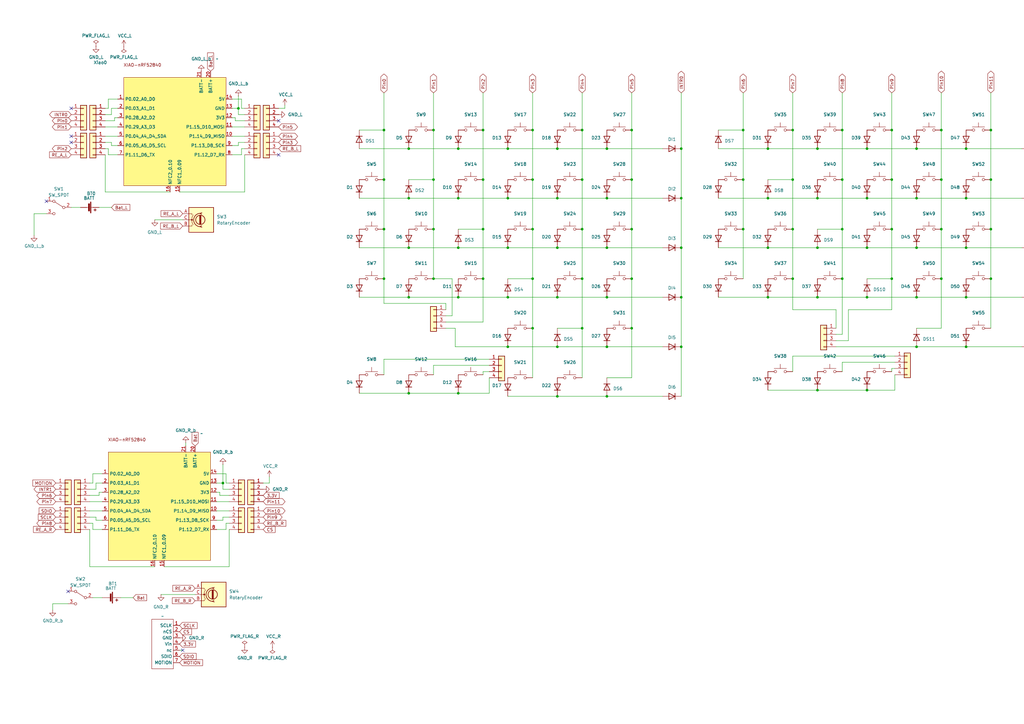
<source format=kicad_sch>
(kicad_sch (version 20250114) (generator "eeschema") (generator_version "9.0")
  (paper "A3")
  (title_block (title "nofy"))
  (junction (at 355.6 60.96))
  (junction (at 426.72 60.96))
  (junction (at 248.92 101.6))
  (junction (at 396.24 121.92))
  (junction (at 198.12 53.34))
  (junction (at 218.44 73.66))
  (junction (at 314.96 121.92))
  (junction (at 314.96 60.96))
  (junction (at 304.8 73.66))
  (junction (at 228.6 142.24))
  (junction (at 167.64 101.6))
  (junction (at 335.28 160.02))
  (junction (at 325.12 53.34))
  (junction (at 406.4 53.34))
  (junction (at 375.92 121.92))
  (junction (at 396.24 101.6))
  (junction (at 279.4 142.24))
  (junction (at 208.28 121.92))
  (junction (at 167.64 81.28))
  (junction (at 386.08 114.3))
  (junction (at 228.6 81.28))
  (junction (at 238.76 73.66))
  (junction (at 238.76 53.34))
  (junction (at 304.8 53.34))
  (junction (at 259.08 93.98))
  (junction (at 406.4 73.66))
  (junction (at 314.96 101.6))
  (junction (at 177.8 114.3))
  (junction (at 335.28 60.96))
  (junction (at 259.08 134.62))
  (junction (at 375.92 81.28))
  (junction (at 345.44 73.66))
  (junction (at 198.12 114.3))
  (junction (at 279.4 60.96))
  (junction (at 187.96 60.96))
  (junction (at 325.12 93.98))
  (junction (at 167.64 161.29))
  (junction (at 355.6 101.6))
  (junction (at 228.6 121.92))
  (junction (at 279.4 81.28))
  (junction (at 345.44 53.34))
  (junction (at 406.4 114.3))
  (junction (at 375.92 60.96))
  (junction (at 208.28 81.28))
  (junction (at 259.08 73.66))
  (junction (at 198.12 73.66))
  (junction (at 208.28 60.96))
  (junction (at 187.96 101.6))
  (junction (at 314.96 81.28))
  (junction (at 218.44 134.62))
  (junction (at 248.92 142.24))
  (junction (at 335.28 101.6))
  (junction (at 238.76 93.98))
  (junction (at 426.72 101.6))
  (junction (at 279.4 121.92))
  (junction (at 187.96 81.28))
  (junction (at 187.96 161.29))
  (junction (at 218.44 93.98))
  (junction (at 345.44 93.98))
  (junction (at 177.8 73.66))
  (junction (at 157.48 114.3))
  (junction (at 248.92 60.96))
  (junction (at 345.44 114.3))
  (junction (at 91.44 198.12))
  (junction (at 386.08 53.34))
  (junction (at 355.6 160.02))
  (junction (at 177.8 93.98))
  (junction (at 208.28 142.24))
  (junction (at 355.6 121.92))
  (junction (at 259.08 114.3))
  (junction (at 218.44 114.3))
  (junction (at 228.6 60.96))
  (junction (at 386.08 73.66))
  (junction (at 187.96 121.92))
  (junction (at 335.28 81.28))
  (junction (at 406.4 93.98))
  (junction (at 386.08 93.98))
  (junction (at 218.44 53.34))
  (junction (at 167.64 60.96))
  (junction (at 335.28 121.92))
  (junction (at 238.76 134.62))
  (junction (at 365.76 53.34))
  (junction (at 375.92 101.6))
  (junction (at 157.48 73.66))
  (junction (at 355.6 81.28))
  (junction (at 198.12 93.98))
  (junction (at 177.8 53.34))
  (junction (at 325.12 73.66))
  (junction (at 304.8 93.98))
  (junction (at 248.92 81.28))
  (junction (at 365.76 93.98))
  (junction (at 157.48 93.98))
  (junction (at 248.92 162.56))
  (junction (at 396.24 81.28))
  (junction (at 396.24 60.96))
  (junction (at 279.4 101.6))
  (junction (at 167.64 121.92))
  (junction (at 228.6 162.56))
  (junction (at 426.72 121.92))
  (junction (at 157.48 53.34))
  (junction (at 325.12 114.3))
  (junction (at 365.76 73.66))
  (junction (at 97.79 44.45))
  (junction (at 365.76 114.3))
  (junction (at 396.24 142.24))
  (junction (at 228.6 101.6))
  (junction (at 259.08 53.34))
  (junction (at 238.76 114.3))
  (junction (at 375.92 142.24))
  (junction (at 248.92 121.92))
  (junction (at 208.28 101.6))
  (junction (at 426.72 81.28))
  (no_connect (at 114.3 63.5))
  (no_connect (at 27.94 242.57))
  (no_connect (at 19.05 82.55))
  (no_connect (at 114.3 49.53))
  (no_connect (at 74.93 266.7))
  (no_connect (at 29.21 58.42))
  (no_connect (at 29.21 44.45))
  (no_connect (at 29.21 55.88))
  (wire (pts (xy 259.08 114.3) (xy 259.08 134.62)))
  (wire (pts (xy 91.44 200.66) (xy 93.98 200.66)))
  (wire (pts (xy 367.03 146.05) (xy 325.12 146.05)))
  (wire (pts (xy 228.6 142.24) (xy 248.92 142.24)))
  (wire (pts (xy 238.76 114.3) (xy 238.76 134.62)))
  (wire (pts (xy 365.76 93.98) (xy 365.76 114.3)))
  (wire (pts (xy 95.25 48.26) (xy 96.52 48.26)))
  (wire (pts (xy 208.28 60.96) (xy 228.6 60.96)))
  (wire (pts (xy 167.64 101.6) (xy 187.96 101.6)))
  (wire (pts (xy 167.64 161.29) (xy 187.96 161.29)))
  (wire (pts (xy 187.96 60.96) (xy 208.28 60.96)))
  (wire (pts (xy 325.12 38.1) (xy 325.12 53.34)))
  (wire (pts (xy 218.44 134.62) (xy 218.44 154.94)))
  (wire (pts (xy 95.25 59.69) (xy 97.79 59.69)))
  (wire (pts (xy 67.31 232.41) (xy 93.98 232.41)))
  (wire (pts (xy 279.4 38.1) (xy 279.4 60.96)))
  (wire (pts (xy 13.97 87.63) (xy 13.97 96.52)))
  (wire (pts (xy 271.78 162.56) (xy 248.92 162.56)))
  (wire (pts (xy 36.83 203.2) (xy 40.64 203.2)))
  (wire (pts (xy 99.06 63.5) (xy 99.06 60.96)))
  (wire (pts (xy 325.12 127) (xy 325.12 114.3)))
  (wire (pts (xy 167.64 121.92) (xy 187.96 121.92)))
  (wire (pts (xy 88.9 205.74) (xy 93.98 205.74)))
  (wire (pts (xy 228.6 60.96) (xy 248.92 60.96)))
  (wire (pts (xy 314.96 60.96) (xy 335.28 60.96)))
  (wire (pts (xy 36.83 217.17) (xy 36.83 232.41)))
  (wire (pts (xy 314.96 121.92) (xy 335.28 121.92)))
  (wire (pts (xy 186.69 134.62) (xy 186.69 142.24)))
  (wire (pts (xy 40.64 201.93) (xy 40.64 203.2)))
  (wire (pts (xy 228.6 134.62) (xy 238.76 134.62)))
  (wire (pts (xy 271.78 142.24) (xy 248.92 142.24)))
  (wire (pts (xy 406.4 53.34) (xy 406.4 73.66)))
  (wire (pts (xy 177.8 73.66) (xy 177.8 93.98)))
  (wire (pts (xy 187.96 121.92) (xy 208.28 121.92)))
  (wire (pts (xy 259.08 93.98) (xy 259.08 114.3)))
  (wire (pts (xy 95.25 63.5) (xy 99.06 63.5)))
  (wire (pts (xy 279.4 60.96) (xy 279.4 81.28)))
  (wire (pts (xy 304.8 38.1) (xy 304.8 53.34)))
  (wire (pts (xy 44.45 44.45) (xy 43.18 44.45)))
  (wire (pts (xy 325.12 53.34) (xy 325.12 73.66)))
  (wire (pts (xy 238.76 73.66) (xy 238.76 93.98)))
  (wire (pts (xy 99.06 44.45) (xy 100.33 44.45)))
  (wire (pts (xy 48.26 59.69) (xy 45.72 59.69)))
  (wire (pts (xy 271.78 101.6) (xy 248.92 101.6)))
  (wire (pts (xy 116.84 43.18) (xy 116.84 44.45)))
  (wire (pts (xy 88.9 194.31) (xy 92.71 194.31)))
  (wire (pts (xy 38.1 214.63) (xy 36.83 214.63)))
  (wire (pts (xy 177.8 153.67) (xy 177.8 149.86)))
  (wire (pts (xy 49.53 245.11) (xy 54.61 245.11)))
  (wire (pts (xy 147.32 121.92) (xy 167.64 121.92)))
  (wire (pts (xy 365.76 73.66) (xy 365.76 93.98)))
  (wire (pts (xy 208.28 101.6) (xy 228.6 101.6)))
  (wire (pts (xy 426.72 121.92) (xy 426.72 142.24)))
  (wire (pts (xy 304.8 93.98) (xy 304.8 114.3)))
  (wire (pts (xy 426.72 38.1) (xy 426.72 60.96)))
  (wire (pts (xy 100.33 78.74) (xy 100.33 63.5)))
  (wire (pts (xy 38.1 245.11) (xy 41.91 245.11)))
  (wire (pts (xy 335.28 60.96) (xy 355.6 60.96)))
  (wire (pts (xy 200.66 147.32) (xy 157.48 147.32)))
  (wire (pts (xy 406.4 38.1) (xy 406.4 53.34)))
  (wire (pts (xy 294.64 53.34) (xy 304.8 53.34)))
  (wire (pts (xy 88.9 201.93) (xy 90.17 201.93)))
  (wire (pts (xy 44.45 40.64) (xy 44.45 44.45)))
  (wire (pts (xy 304.8 53.34) (xy 304.8 73.66)))
  (wire (pts (xy 200.66 161.29) (xy 187.96 161.29)))
  (wire (pts (xy 157.48 53.34) (xy 157.48 73.66)))
  (wire (pts (xy 218.44 38.1) (xy 218.44 53.34)))
  (wire (pts (xy 45.72 58.42) (xy 43.18 58.42)))
  (wire (pts (xy 36.83 209.55) (xy 41.91 209.55)))
  (wire (pts (xy 167.64 81.28) (xy 187.96 81.28)))
  (wire (pts (xy 294.64 60.96) (xy 314.96 60.96)))
  (wire (pts (xy 248.92 154.94) (xy 259.08 154.94)))
  (wire (pts (xy 347.98 127) (xy 365.76 127)))
  (wire (pts (xy 21.59 247.65) (xy 21.59 250.19)))
  (wire (pts (xy 63.5 90.17) (xy 74.93 90.17)))
  (wire (pts (xy 96.52 49.53) (xy 100.33 49.53)))
  (wire (pts (xy 177.8 53.34) (xy 177.8 73.66)))
  (wire (pts (xy 325.12 93.98) (xy 325.12 114.3)))
  (wire (pts (xy 314.96 101.6) (xy 335.28 101.6)))
  (wire (pts (xy 345.44 73.66) (xy 345.44 93.98)))
  (wire (pts (xy 419.1 121.92) (xy 396.24 121.92)))
  (wire (pts (xy 325.12 73.66) (xy 325.12 93.98)))
  (wire (pts (xy 208.28 81.28) (xy 228.6 81.28)))
  (wire (pts (xy 386.08 73.66) (xy 386.08 93.98)))
  (wire (pts (xy 185.42 129.54) (xy 185.42 114.3)))
  (wire (pts (xy 279.4 81.28) (xy 279.4 101.6)))
  (wire (pts (xy 95.25 40.64) (xy 99.06 40.64)))
  (wire (pts (xy 147.32 53.34) (xy 157.48 53.34)))
  (wire (pts (xy 406.4 114.3) (xy 406.4 134.62)))
  (wire (pts (xy 259.08 134.62) (xy 259.08 154.94)))
  (wire (pts (xy 335.28 121.92) (xy 355.6 121.92)))
  (wire (pts (xy 73.66 78.74) (xy 100.33 78.74)))
  (wire (pts (xy 39.37 213.36) (xy 39.37 212.09)))
  (wire (pts (xy 45.72 59.69) (xy 45.72 58.42)))
  (wire (pts (xy 38.1 194.31) (xy 38.1 198.12)))
  (wire (pts (xy 182.88 134.62) (xy 186.69 134.62)))
  (wire (pts (xy 386.08 38.1) (xy 386.08 53.34)))
  (wire (pts (xy 39.37 212.09) (xy 36.83 212.09)))
  (wire (pts (xy 345.44 53.34) (xy 345.44 73.66)))
  (wire (pts (xy 19.05 87.63) (xy 13.97 87.63)))
  (wire (pts (xy 27.94 247.65) (xy 21.59 247.65)))
  (wire (pts (xy 147.32 101.6) (xy 167.64 101.6)))
  (wire (pts (xy 41.91 198.12) (xy 39.37 198.12)))
  (wire (pts (xy 45.72 46.99) (xy 43.18 46.99)))
  (wire (pts (xy 228.6 81.28) (xy 248.92 81.28)))
  (wire (pts (xy 347.98 139.7) (xy 342.9 139.7)))
  (wire (pts (xy 279.4 142.24) (xy 279.4 162.56)))
  (wire (pts (xy 198.12 93.98) (xy 198.12 114.3)))
  (wire (pts (xy 228.6 162.56) (xy 248.92 162.56)))
  (wire (pts (xy 45.72 44.45) (xy 45.72 46.99)))
  (wire (pts (xy 91.44 212.09) (xy 93.98 212.09)))
  (wire (pts (xy 43.18 78.74) (xy 43.18 63.5)))
  (wire (pts (xy 187.96 93.98) (xy 198.12 93.98)))
  (wire (pts (xy 41.91 201.93) (xy 40.64 201.93)))
  (wire (pts (xy 259.08 73.66) (xy 259.08 93.98)))
  (wire (pts (xy 167.64 60.96) (xy 187.96 60.96)))
  (wire (pts (xy 304.8 73.66) (xy 304.8 93.98)))
  (wire (pts (xy 365.76 38.1) (xy 365.76 53.34)))
  (wire (pts (xy 76.2 181.61) (xy 76.2 182.88)))
  (wire (pts (xy 182.88 124.46) (xy 157.48 124.46)))
  (wire (pts (xy 44.45 63.5) (xy 44.45 60.96)))
  (wire (pts (xy 345.44 114.3) (xy 345.44 137.16)))
  (wire (pts (xy 44.45 60.96) (xy 43.18 60.96)))
  (wire (pts (xy 355.6 60.96) (xy 375.92 60.96)))
  (wire (pts (xy 342.9 142.24) (xy 375.92 142.24)))
  (wire (pts (xy 99.06 60.96) (xy 100.33 60.96)))
  (wire (pts (xy 177.8 93.98) (xy 177.8 114.3)))
  (wire (pts (xy 110.49 198.12) (xy 110.49 195.58)))
  (wire (pts (xy 386.08 53.34) (xy 386.08 73.66)))
  (wire (pts (xy 426.72 101.6) (xy 426.72 121.92)))
  (wire (pts (xy 95.25 44.45) (xy 97.79 44.45)))
  (wire (pts (xy 375.92 81.28) (xy 396.24 81.28)))
  (wire (pts (xy 177.8 149.86) (xy 200.66 149.86)))
  (wire (pts (xy 279.4 121.92) (xy 279.4 142.24)))
  (wire (pts (xy 187.96 101.6) (xy 208.28 101.6)))
  (wire (pts (xy 91.44 198.12) (xy 91.44 200.66)))
  (wire (pts (xy 91.44 190.5) (xy 91.44 198.12)))
  (wire (pts (xy 294.64 121.92) (xy 314.96 121.92)))
  (wire (pts (xy 66.04 243.84) (xy 80.01 243.84)))
  (wire (pts (xy 342.9 127) (xy 342.9 134.62)))
  (wire (pts (xy 48.26 63.5) (xy 44.45 63.5)))
  (wire (pts (xy 419.1 81.28) (xy 396.24 81.28)))
  (wire (pts (xy 259.08 53.34) (xy 259.08 73.66)))
  (wire (pts (xy 271.78 60.96) (xy 248.92 60.96)))
  (wire (pts (xy 419.1 142.24) (xy 396.24 142.24)))
  (wire (pts (xy 38.1 198.12) (xy 36.83 198.12)))
  (wire (pts (xy 48.26 40.64) (xy 44.45 40.64)))
  (wire (pts (xy 92.71 217.17) (xy 92.71 214.63)))
  (wire (pts (xy 200.66 154.94) (xy 200.66 161.29)))
  (wire (pts (xy 97.79 44.45) (xy 97.79 46.99)))
  (wire (pts (xy 419.1 101.6) (xy 396.24 101.6)))
  (wire (pts (xy 157.48 93.98) (xy 157.48 114.3)))
  (wire (pts (xy 355.6 114.3) (xy 365.76 114.3)))
  (wire (pts (xy 345.44 137.16) (xy 342.9 137.16)))
  (wire (pts (xy 355.6 101.6) (xy 375.92 101.6)))
  (wire (pts (xy 88.9 198.12) (xy 91.44 198.12)))
  (wire (pts (xy 375.92 142.24) (xy 396.24 142.24)))
  (wire (pts (xy 208.28 114.3) (xy 218.44 114.3)))
  (wire (pts (xy 36.83 205.74) (xy 41.91 205.74)))
  (wire (pts (xy 335.28 101.6) (xy 355.6 101.6)))
  (wire (pts (xy 177.8 38.1) (xy 177.8 53.34)))
  (wire (pts (xy 386.08 93.98) (xy 386.08 114.3)))
  (wire (pts (xy 365.76 151.13) (xy 365.76 152.4)))
  (wire (pts (xy 238.76 53.34) (xy 238.76 73.66)))
  (wire (pts (xy 107.95 198.12) (xy 110.49 198.12)))
  (wire (pts (xy 91.44 213.36) (xy 91.44 212.09)))
  (wire (pts (xy 92.71 198.12) (xy 93.98 198.12)))
  (wire (pts (xy 218.44 114.3) (xy 218.44 134.62)))
  (wire (pts (xy 238.76 93.98) (xy 238.76 114.3)))
  (wire (pts (xy 406.4 73.66) (xy 406.4 93.98)))
  (wire (pts (xy 147.32 60.96) (xy 167.64 60.96)))
  (wire (pts (xy 97.79 58.42) (xy 100.33 58.42)))
  (wire (pts (xy 90.17 201.93) (xy 90.17 203.2)))
  (wire (pts (xy 228.6 101.6) (xy 248.92 101.6)))
  (wire (pts (xy 375.92 134.62) (xy 386.08 134.62)))
  (wire (pts (xy 208.28 142.24) (xy 228.6 142.24)))
  (wire (pts (xy 426.72 81.28) (xy 426.72 101.6)))
  (wire (pts (xy 218.44 93.98) (xy 218.44 114.3)))
  (wire (pts (xy 41.91 217.17) (xy 38.1 217.17)))
  (wire (pts (xy 335.28 160.02) (xy 355.6 160.02)))
  (wire (pts (xy 95.25 55.88) (xy 100.33 55.88)))
  (wire (pts (xy 88.9 217.17) (xy 92.71 217.17)))
  (wire (pts (xy 185.42 114.3) (xy 177.8 114.3)))
  (wire (pts (xy 325.12 146.05) (xy 325.12 152.4)))
  (wire (pts (xy 99.06 40.64) (xy 99.06 44.45)))
  (wire (pts (xy 93.98 217.17) (xy 93.98 232.41)))
  (wire (pts (xy 198.12 38.1) (xy 198.12 53.34)))
  (wire (pts (xy 271.78 81.28) (xy 248.92 81.28)))
  (wire (pts (xy 365.76 127) (xy 365.76 114.3)))
  (wire (pts (xy 198.12 73.66) (xy 198.12 93.98)))
  (wire (pts (xy 345.44 38.1) (xy 345.44 53.34)))
  (wire (pts (xy 259.08 38.1) (xy 259.08 53.34)))
  (wire (pts (xy 208.28 162.56) (xy 228.6 162.56)))
  (wire (pts (xy 46.99 48.26) (xy 46.99 49.53)))
  (wire (pts (xy 367.03 148.59) (xy 345.44 148.59)))
  (wire (pts (xy 426.72 60.96) (xy 426.72 81.28)))
  (wire (pts (xy 238.76 134.62) (xy 238.76 154.94)))
  (wire (pts (xy 90.17 203.2) (xy 93.98 203.2)))
  (wire (pts (xy 182.88 127) (xy 182.88 124.46)))
  (wire (pts (xy 43.18 55.88) (xy 48.26 55.88)))
  (wire (pts (xy 200.66 152.4) (xy 198.12 152.4)))
  (wire (pts (xy 365.76 53.34) (xy 365.76 73.66)))
  (wire (pts (xy 294.64 81.28) (xy 314.96 81.28)))
  (wire (pts (xy 198.12 152.4) (xy 198.12 153.67)))
  (wire (pts (xy 182.88 129.54) (xy 185.42 129.54)))
  (wire (pts (xy 335.28 81.28) (xy 355.6 81.28)))
  (wire (pts (xy 375.92 101.6) (xy 396.24 101.6)))
  (wire (pts (xy 114.3 44.45) (xy 116.84 44.45)))
  (wire (pts (xy 279.4 101.6) (xy 279.4 121.92)))
  (wire (pts (xy 157.48 38.1) (xy 157.48 53.34)))
  (wire (pts (xy 167.64 73.66) (xy 177.8 73.66)))
  (wire (pts (xy 294.64 101.6) (xy 314.96 101.6)))
  (wire (pts (xy 342.9 127) (xy 325.12 127)))
  (wire (pts (xy 347.98 127) (xy 347.98 139.7)))
  (wire (pts (xy 375.92 60.96) (xy 396.24 60.96)))
  (wire (pts (xy 186.69 142.24) (xy 208.28 142.24)))
  (wire (pts (xy 335.28 93.98) (xy 345.44 93.98)))
  (wire (pts (xy 355.6 121.92) (xy 375.92 121.92)))
  (wire (pts (xy 208.28 121.92) (xy 228.6 121.92)))
  (wire (pts (xy 157.48 147.32) (xy 157.48 153.67)))
  (wire (pts (xy 97.79 46.99) (xy 100.33 46.99)))
  (wire (pts (xy 48.26 44.45) (xy 45.72 44.45)))
  (wire (pts (xy 157.48 124.46) (xy 157.48 114.3)))
  (wire (pts (xy 345.44 148.59) (xy 345.44 152.4)))
  (wire (pts (xy 38.1 217.17) (xy 38.1 214.63)))
  (wire (pts (xy 147.32 81.28) (xy 167.64 81.28)))
  (wire (pts (xy 96.52 48.26) (xy 96.52 49.53)))
  (wire (pts (xy 43.18 52.07) (xy 48.26 52.07)))
  (wire (pts (xy 41.91 213.36) (xy 39.37 213.36)))
  (wire (pts (xy 48.26 48.26) (xy 46.99 48.26)))
  (wire (pts (xy 218.44 53.34) (xy 218.44 73.66)))
  (wire (pts (xy 43.18 49.53) (xy 46.99 49.53)))
  (wire (pts (xy 406.4 93.98) (xy 406.4 114.3)))
  (wire (pts (xy 314.96 81.28) (xy 335.28 81.28)))
  (wire (pts (xy 228.6 121.92) (xy 248.92 121.92)))
  (wire (pts (xy 69.85 78.74) (xy 43.18 78.74)))
  (wire (pts (xy 97.79 39.37) (xy 97.79 44.45)))
  (wire (pts (xy 92.71 214.63) (xy 93.98 214.63)))
  (wire (pts (xy 182.88 132.08) (xy 198.12 132.08)))
  (wire (pts (xy 40.64 85.09) (xy 45.72 85.09)))
  (wire (pts (xy 198.12 53.34) (xy 198.12 73.66)))
  (wire (pts (xy 367.03 151.13) (xy 365.76 151.13)))
  (wire (pts (xy 218.44 73.66) (xy 218.44 93.98)))
  (wire (pts (xy 314.96 73.66) (xy 325.12 73.66)))
  (wire (pts (xy 41.91 194.31) (xy 38.1 194.31)))
  (wire (pts (xy 198.12 132.08) (xy 198.12 114.3)))
  (wire (pts (xy 63.5 232.41) (xy 36.83 232.41)))
  (wire (pts (xy 147.32 161.29) (xy 167.64 161.29)))
  (wire (pts (xy 367.03 160.02) (xy 367.03 153.67)))
  (wire (pts (xy 74.93 266.7) (xy 73.66 266.7)))
  (wire (pts (xy 95.25 52.07) (xy 100.33 52.07)))
  (wire (pts (xy 88.9 213.36) (xy 91.44 213.36)))
  (wire (pts (xy 419.1 60.96) (xy 396.24 60.96)))
  (wire (pts (xy 97.79 59.69) (xy 97.79 58.42)))
  (wire (pts (xy 238.76 38.1) (xy 238.76 53.34)))
  (wire (pts (xy 314.96 160.02) (xy 335.28 160.02)))
  (wire (pts (xy 375.92 121.92) (xy 396.24 121.92)))
  (wire (pts (xy 29.21 85.09) (xy 33.02 85.09)))
  (wire (pts (xy 345.44 93.98) (xy 345.44 114.3)))
  (wire (pts (xy 157.48 73.66) (xy 157.48 93.98)))
  (wire (pts (xy 92.71 194.31) (xy 92.71 198.12)))
  (wire (pts (xy 39.37 198.12) (xy 39.37 200.66)))
  (wire (pts (xy 88.9 209.55) (xy 93.98 209.55)))
  (wire (pts (xy 355.6 160.02) (xy 367.03 160.02)))
  (wire (pts (xy 39.37 200.66) (xy 36.83 200.66)))
  (wire (pts (xy 386.08 114.3) (xy 386.08 134.62)))
  (wire (pts (xy 355.6 81.28) (xy 375.92 81.28)))
  (wire (pts (xy 271.78 121.92) (xy 248.92 121.92)))
  (wire (pts (xy 187.96 81.28) (xy 208.28 81.28)))
  (global_label "Pin9" (shape bidirectional) (at 107.95 212.09 0) (property "Intersheetrefs" "${INTERSHEET_REFS}" (effects (hide yes))))
  (global_label "RE_A_L" (shape input) (at 74.93 87.63 180) (property "Intersheetrefs" "${INTERSHEET_REFS}" (effects (hide yes))))
  (global_label "RE_A_R" (shape input) (at 22.86 217.17 180) (property "Intersheetrefs" "${INTERSHEET_REFS}" (effects (hide yes))))
  (global_label "3.3V" (shape input) (at 73.66 264.16 0) (property "Intersheetrefs" "${INTERSHEET_REFS}" (effects (hide yes))))
  (global_label "Bat_L" (shape input) (at 86.36 29.21 90) (property "Intersheetrefs" "${INTERSHEET_REFS}" (effects (hide yes))))
  (global_label "Pin4" (shape bidirectional) (at 114.3 55.88 0) (property "Intersheetrefs" "${INTERSHEET_REFS}" (effects (hide yes))))
  (global_label "CS" (shape input) (at 73.66 259.08 0) (property "Intersheetrefs" "${INTERSHEET_REFS}" (effects (hide yes))))
  (global_label "SDIO" (shape input) (at 22.86 209.55 180) (property "Intersheetrefs" "${INTERSHEET_REFS}" (effects (hide yes))))
  (global_label "Pin1" (shape bidirectional) (at 29.21 52.07 180) (property "Intersheetrefs" "${INTERSHEET_REFS}" (effects (hide yes))))
  (global_label "MOTION" (shape input) (at 73.66 271.78 0) (property "Intersheetrefs" "${INTERSHEET_REFS}" (effects (hide yes))))
  (global_label "Pin8" (shape bidirectional) (at 345.44 38.1 90) (property "Intersheetrefs" "${INTERSHEET_REFS}" (effects (hide yes))))
  (global_label "INTR1" (shape bidirectional) (at 426.72 38.1 90) (property "Intersheetrefs" "${INTERSHEET_REFS}" (effects (hide yes))))
  (global_label "Bat_L" (shape input) (at 45.72 85.09 0) (property "Intersheetrefs" "${INTERSHEET_REFS}" (effects (hide yes))))
  (global_label "Pin3" (shape bidirectional) (at 114.3 58.42 0) (property "Intersheetrefs" "${INTERSHEET_REFS}" (effects (hide yes))))
  (global_label "Pin9" (shape bidirectional) (at 365.76 38.1 90) (property "Intersheetrefs" "${INTERSHEET_REFS}" (effects (hide yes))))
  (global_label "Pin11" (shape bidirectional) (at 107.95 205.74 0) (property "Intersheetrefs" "${INTERSHEET_REFS}" (effects (hide yes))))
  (global_label "Pin4" (shape bidirectional) (at 238.76 38.1 90) (property "Intersheetrefs" "${INTERSHEET_REFS}" (effects (hide yes))))
  (global_label "Pin5" (shape bidirectional) (at 114.3 52.07 0) (property "Intersheetrefs" "${INTERSHEET_REFS}" (effects (hide yes))))
  (global_label "RE_B_R" (shape input) (at 80.01 246.38 180) (property "Intersheetrefs" "${INTERSHEET_REFS}" (effects (hide yes))))
  (global_label "Bat" (shape input) (at 80.01 182.88 90) (property "Intersheetrefs" "${INTERSHEET_REFS}" (effects (hide yes))))
  (global_label "Pin8" (shape bidirectional) (at 22.86 214.63 180) (property "Intersheetrefs" "${INTERSHEET_REFS}" (effects (hide yes))))
  (global_label "Pin5" (shape bidirectional) (at 259.08 38.1 90) (property "Intersheetrefs" "${INTERSHEET_REFS}" (effects (hide yes))))
  (global_label "MOTION" (shape input) (at 22.86 198.12 180) (property "Intersheetrefs" "${INTERSHEET_REFS}" (effects (hide yes))))
  (global_label "RE_A_R" (shape input) (at 80.01 241.3 180) (property "Intersheetrefs" "${INTERSHEET_REFS}" (effects (hide yes))))
  (global_label "SDIO" (shape input) (at 73.66 269.24 0) (property "Intersheetrefs" "${INTERSHEET_REFS}" (effects (hide yes))))
  (global_label "Pin10" (shape bidirectional) (at 107.95 209.55 0) (property "Intersheetrefs" "${INTERSHEET_REFS}" (effects (hide yes))))
  (global_label "RE_B_L" (shape input) (at 114.3 60.96 0) (property "Intersheetrefs" "${INTERSHEET_REFS}" (effects (hide yes))))
  (global_label "INTR0" (shape bidirectional) (at 29.21 46.99 180) (property "Intersheetrefs" "${INTERSHEET_REFS}" (effects (hide yes))))
  (global_label "Pin7" (shape bidirectional) (at 325.12 38.1 90) (property "Intersheetrefs" "${INTERSHEET_REFS}" (effects (hide yes))))
  (global_label "SCLK" (shape input) (at 22.86 212.09 180) (property "Intersheetrefs" "${INTERSHEET_REFS}" (effects (hide yes))))
  (global_label "3.3V" (shape input) (at 107.95 203.2 0) (property "Intersheetrefs" "${INTERSHEET_REFS}" (effects (hide yes))))
  (global_label "RE_A_L" (shape input) (at 29.21 63.5 180) (property "Intersheetrefs" "${INTERSHEET_REFS}" (effects (hide yes))))
  (global_label "RE_B_L" (shape input) (at 74.93 92.71 180) (property "Intersheetrefs" "${INTERSHEET_REFS}" (effects (hide yes))))
  (global_label "Bat" (shape input) (at 54.61 245.11 0) (property "Intersheetrefs" "${INTERSHEET_REFS}" (effects (hide yes))))
  (global_label "RE_B_R" (shape input) (at 107.95 214.63 0) (property "Intersheetrefs" "${INTERSHEET_REFS}" (effects (hide yes))))
  (global_label "Pin6" (shape bidirectional) (at 304.8 38.1 90) (property "Intersheetrefs" "${INTERSHEET_REFS}" (effects (hide yes))))
  (global_label "Pin0" (shape bidirectional) (at 157.48 38.1 90) (property "Intersheetrefs" "${INTERSHEET_REFS}" (effects (hide yes))))
  (global_label "Pin10" (shape bidirectional) (at 386.08 38.1 90) (property "Intersheetrefs" "${INTERSHEET_REFS}" (effects (hide yes))))
  (global_label "Pin0" (shape bidirectional) (at 29.21 49.53 180) (property "Intersheetrefs" "${INTERSHEET_REFS}" (effects (hide yes))))
  (global_label "Pin7" (shape bidirectional) (at 22.86 205.74 180) (property "Intersheetrefs" "${INTERSHEET_REFS}" (effects (hide yes))))
  (global_label "Pin2" (shape bidirectional) (at 198.12 38.1 90) (property "Intersheetrefs" "${INTERSHEET_REFS}" (effects (hide yes))))
  (global_label "SCLK" (shape input) (at 73.66 256.54 0) (property "Intersheetrefs" "${INTERSHEET_REFS}" (effects (hide yes))))
  (global_label "Pin6" (shape bidirectional) (at 22.86 203.2 180) (property "Intersheetrefs" "${INTERSHEET_REFS}" (effects (hide yes))))
  (global_label "Pin3" (shape bidirectional) (at 218.44 38.1 90) (property "Intersheetrefs" "${INTERSHEET_REFS}" (effects (hide yes))))
  (global_label "INTR1" (shape bidirectional) (at 22.86 200.66 180) (property "Intersheetrefs" "${INTERSHEET_REFS}" (effects (hide yes))))
  (global_label "Pin2" (shape bidirectional) (at 29.21 60.96 180) (property "Intersheetrefs" "${INTERSHEET_REFS}" (effects (hide yes))))
  (global_label "CS" (shape input) (at 107.95 217.17 0) (property "Intersheetrefs" "${INTERSHEET_REFS}" (effects (hide yes))))
  (global_label "Pin11" (shape bidirectional) (at 406.4 38.1 90) (property "Intersheetrefs" "${INTERSHEET_REFS}" (effects (hide yes))))
  (global_label "INTR0" (shape bidirectional) (at 279.4 38.1 90) (property "Intersheetrefs" "${INTERSHEET_REFS}" (effects (hide yes))))
  (global_label "Pin1" (shape bidirectional) (at 177.8 38.1 90) (property "Intersheetrefs" "${INTERSHEET_REFS}" (effects (hide yes))))
  (symbol (lib_id "Diode:1N4148") (at 314.96 77.47 90) (mirror x) (unit 1)
    (property "Reference" "DS8" (at 317.5 78.105 90) (effects (justify right)))
    (property "Value" "D" (effects (hide yes)))
    (property "Footprint" "_kicad_footprints:Diode_SMD" (effects (hide yes)))
    (property "Datasheet" "https://assets.nexperia.com/documents/data-sheet/1N4148_1N4448.pdf" (effects (hide yes)))
    (property "Sim.Device" "D" (effects (hide yes)))
    (property "Sim.Pins" "1=K 2=A" (effects (hide yes)))
  )
  (symbol (lib_id "nofy:PIn1x4") (at 99.06 219.71 0) (unit 1)
    (property "Reference" "Con_L_15" (effects (hide yes)))
    (property "Value" "PIn1x4" (effects (hide yes)))
    (property "Footprint" "nofy:Pin1x4" (effects (hide yes)))
  )
  (symbol (lib_id "Diode:1N4148") (at 294.64 57.15 90) (mirror x) (unit 1)
    (property "Reference" "DS7" (at 297.18 57.785 90) (effects (justify right)))
    (property "Value" "D" (effects (hide yes)))
    (property "Footprint" "_kicad_footprints:Diode_SMD" (effects (hide yes)))
    (property "Datasheet" "https://assets.nexperia.com/documents/data-sheet/1N4148_1N4448.pdf" (effects (hide yes)))
    (property "Sim.Device" "D" (effects (hide yes)))
    (property "Sim.Pins" "1=K 2=A" (effects (hide yes)))
  )
  (symbol (lib_id "power:GND") (at 39.37 19.05 0) (unit 1)
    (property "Reference" "#PWR03" (effects (hide yes)))
    (property "Value" "GND_L" (at 39.497 23.4442 0))
  )
  (symbol (lib_id "Diode:1N4148") (at 228.6 118.11 270) (mirror x) (unit 1)
    (property "Reference" "D21" (at 226.06 117.475 90) (effects (justify right)))
    (property "Value" "D" (effects (hide yes)))
    (property "Footprint" "_kicad_footprints:Diode_SMD" (effects (hide yes)))
    (property "Datasheet" "https://assets.nexperia.com/documents/data-sheet/1N4148_1N4448.pdf" (effects (hide yes)))
    (property "Sim.Device" "D" (effects (hide yes)))
    (property "Sim.Pins" "1=K 2=A" (effects (hide yes)))
  )
  (symbol (lib_id "nofy:PIn1x4") (at 102.87 208.28 0) (mirror y) (unit 1)
    (property "Reference" "Con_L_12" (effects (hide yes)))
    (property "Value" "PIn1x4" (effects (hide yes)))
    (property "Footprint" "nofy:Pin1x4" (effects (hide yes)))
  )
  (symbol (lib_id "Diode:1N4148") (at 375.92 77.47 270) (mirror x) (unit 1)
    (property "Reference" "D44" (at 373.38 76.835 90) (effects (justify right)))
    (property "Value" "D" (effects (hide yes)))
    (property "Footprint" "_kicad_footprints:Diode_SMD" (effects (hide yes)))
    (property "Datasheet" "https://assets.nexperia.com/documents/data-sheet/1N4148_1N4448.pdf" (effects (hide yes)))
    (property "Sim.Device" "D" (effects (hide yes)))
    (property "Sim.Pins" "1=K 2=A" (effects (hide yes)))
  )
  (symbol (lib_id "Switch:SW_Push") (at 254 73.66 0) (mirror y) (unit 1)
    (property "Reference" "SW28" (at 254 67.31 0))
    (property "Value" "SW_PUSH" (effects (hide yes)))
    (property "Footprint" "nofy:Choc_v2_Hotswap_1u_17mm" (effects (hide yes)))
  )
  (symbol (lib_id "Switch:SW_Push") (at 381 53.34 0) (mirror y) (unit 1)
    (property "Reference" "SW47" (at 381 46.99 0))
    (property "Value" "SW_PUSH" (effects (hide yes)))
    (property "Footprint" "nofy:Choc_v2_Hotswap_1u_17mm" (effects (hide yes)))
  )
  (symbol (lib_id "Switch:SW_Push") (at 401.32 134.62 0) (mirror y) (unit 1)
    (property "Reference" "SW55" (at 401.32 128.27 0))
    (property "Value" "SW_PUSH" (effects (hide yes)))
    (property "Footprint" "nofy:Choc_v2_Hotswap_1u_17mm" (effects (hide yes)))
  )
  (symbol (lib_id "Diode:1N4148") (at 355.6 97.79 270) (mirror x) (unit 1)
    (property "Reference" "D41" (at 353.06 97.155 90) (effects (justify right)))
    (property "Value" "D" (effects (hide yes)))
    (property "Footprint" "_kicad_footprints:Diode_SMD" (effects (hide yes)))
    (property "Datasheet" "https://assets.nexperia.com/documents/data-sheet/1N4148_1N4448.pdf" (effects (hide yes)))
    (property "Sim.Device" "D" (effects (hide yes)))
    (property "Sim.Pins" "1=K 2=A" (effects (hide yes)))
  )
  (symbol (lib_id "Diode:1N4148") (at 314.96 118.11 270) (mirror x) (unit 1)
    (property "Reference" "D33" (at 312.42 117.475 90) (effects (justify right)))
    (property "Value" "D" (effects (hide yes)))
    (property "Footprint" "_kicad_footprints:Diode_SMD" (effects (hide yes)))
    (property "Datasheet" "https://assets.nexperia.com/documents/data-sheet/1N4148_1N4448.pdf" (effects (hide yes)))
    (property "Sim.Device" "D" (effects (hide yes)))
    (property "Sim.Pins" "1=K 2=A" (effects (hide yes)))
  )
  (symbol (lib_id "Diode:1N4148") (at 355.6 156.21 270) (mirror x) (unit 1)
    (property "Reference" "D42" (at 353.06 155.575 90) (effects (justify right)))
    (property "Value" "D" (effects (hide yes)))
    (property "Footprint" "_kicad_footprints:Diode_SMD" (effects (hide yes)))
    (property "Datasheet" "https://assets.nexperia.com/documents/data-sheet/1N4148_1N4448.pdf" (effects (hide yes)))
    (property "Sim.Device" "D" (effects (hide yes)))
    (property "Sim.Pins" "1=K 2=A" (effects (hide yes)))
  )
  (symbol (lib_id "Switch:SW_Push") (at 360.68 73.66 0) (mirror y) (unit 1)
    (property "Reference" "SW44" (at 360.68 67.31 0))
    (property "Value" "SW_PUSH" (effects (hide yes)))
    (property "Footprint" "nofy:Choc_v2_Hotswap_1u_17mm" (effects (hide yes)))
  )
  (symbol (lib_id "Diode:1N4148") (at 275.59 81.28 0) (mirror y) (unit 1)
    (property "Reference" "DI2" (at 275.59 77.47 0))
    (property "Value" "D" (effects (hide yes)))
    (property "Footprint" "_kicad_footprints:Diode_SMD" (effects (hide yes)))
    (property "Datasheet" "https://assets.nexperia.com/documents/data-sheet/1N4148_1N4448.pdf" (effects (hide yes)))
    (property "Sim.Device" "D" (effects (hide yes)))
    (property "Sim.Pins" "1=K 2=A" (effects (hide yes)))
  )
  (symbol (lib_id "Diode:1N4148") (at 248.92 138.43 270) (mirror x) (unit 1)
    (property "Reference" "D27" (at 246.38 137.795 90) (effects (justify right)))
    (property "Value" "D" (effects (hide yes)))
    (property "Footprint" "_kicad_footprints:Diode_SMD" (effects (hide yes)))
    (property "Datasheet" "https://assets.nexperia.com/documents/data-sheet/1N4148_1N4448.pdf" (effects (hide yes)))
    (property "Sim.Device" "D" (effects (hide yes)))
    (property "Sim.Pins" "1=K 2=A" (effects (hide yes)))
  )
  (symbol (lib_id "Switch:SW_Push") (at 340.36 114.3 0) (mirror y) (unit 1)
    (property "Reference" "SW41" (at 340.36 107.95 0))
    (property "Value" "SW_PUSH" (effects (hide yes)))
    (property "Footprint" "nofy:Choc_v2_Hotswap_1u_17mm" (effects (hide yes)))
  )
  (symbol (lib_id "Switch:SW_Push") (at 233.68 53.34 0) (mirror y) (unit 1)
    (property "Reference" "SW22" (at 233.68 46.99 0))
    (property "Value" "SW_PUSH" (effects (hide yes)))
    (property "Footprint" "nofy:Choc_v2_Hotswap_1u_17mm" (effects (hide yes)))
  )
  (symbol (lib_id "Switch:SW_Push") (at 254 114.3 0) (mirror y) (unit 1)
    (property "Reference" "SW30" (at 254 107.95 0))
    (property "Value" "SW_PUSH" (effects (hide yes)))
    (property "Footprint" "nofy:Choc_v2_Hotswap_1u_17mm" (effects (hide yes)))
  )
  (symbol (lib_id "Switch:SW_Push") (at 320.04 114.3 0) (mirror y) (unit 1)
    (property "Reference" "SW37" (at 320.04 107.95 0))
    (property "Value" "SW_PUSH" (effects (hide yes)))
    (property "Footprint" "nofy:Choc_v2_Hotswap_1u_17mm" (effects (hide yes)))
  )
  (symbol (lib_id "Switch:SW_Push") (at 360.68 53.34 0) (mirror y) (unit 1)
    (property "Reference" "SW43" (at 360.68 46.99 0))
    (property "Value" "SW_PUSH" (effects (hide yes)))
    (property "Footprint" "nofy:Choc_v2_Hotswap_1u_17mm" (effects (hide yes)))
  )
  (symbol (lib_id "Device:RotaryEncoder") (at 87.63 243.84 0) (unit 1)
    (property "Reference" "SW4" (at 93.98 242.5699 0) (effects (justify left)))
    (property "Value" "RotaryEncoder" (at 93.98 245.1099 0) (effects (justify left)))
    (property "Footprint" "nofy:RotaryEncoder_EC12E" (effects (hide yes)))
    (property "Description" "Rotary encoder, dual channel, incremental quadrate outputs" (effects (hide yes)))
  )
  (symbol (lib_id "Diode:1N4148") (at 208.28 138.43 270) (mirror x) (unit 1)
    (property "Reference" "D16" (at 205.74 137.795 90) (effects (justify right)))
    (property "Value" "D" (effects (hide yes)))
    (property "Footprint" "_kicad_footprints:Diode_SMD" (effects (hide yes)))
    (property "Datasheet" "https://assets.nexperia.com/documents/data-sheet/1N4148_1N4448.pdf" (effects (hide yes)))
    (property "Sim.Device" "D" (effects (hide yes)))
    (property "Sim.Pins" "1=K 2=A" (effects (hide yes)))
  )
  (symbol (lib_name "GND_1") (lib_id "power:GND") (at 91.44 190.5 180) (unit 1)
    (property "Reference" "#PWR010" (effects (hide yes)))
    (property "Value" "GND_R_b" (at 91.44 185.42 0))
    (property "Description" "Power symbol creates a global label with name \"GND\" , ground" (effects (hide yes)))
  )
  (symbol (lib_id "Switch:SW_Push") (at 320.04 152.4 0) (mirror y) (unit 1)
    (property "Reference" "SW38" (at 320.04 146.05 0))
    (property "Value" "SW_PUSH" (effects (hide yes)))
    (property "Footprint" "nofy:Choc_v2_Hotswap_1u_17mm" (effects (hide yes)))
  )
  (symbol (lib_id "Diode:1N4148") (at 396.24 138.43 270) (mirror x) (unit 1)
    (property "Reference" "D51" (at 393.7 137.795 90) (effects (justify right)))
    (property "Value" "D" (effects (hide yes)))
    (property "Footprint" "_kicad_footprints:Diode_SMD" (effects (hide yes)))
    (property "Datasheet" "https://assets.nexperia.com/documents/data-sheet/1N4148_1N4448.pdf" (effects (hide yes)))
    (property "Sim.Device" "D" (effects (hide yes)))
    (property "Sim.Pins" "1=K 2=A" (effects (hide yes)))
  )
  (symbol (lib_id "Switch:SW_Push") (at 172.72 93.98 0) (mirror y) (unit 1)
    (property "Reference" "SW10" (at 172.72 87.63 0))
    (property "Value" "SW_PUSH" (effects (hide yes)))
    (property "Footprint" "nofy:Choc_v2_Hotswap_1u_17mm" (effects (hide yes)))
  )
  (symbol (lib_id "Switch:SW_Push") (at 320.04 93.98 0) (mirror y) (unit 1)
    (property "Reference" "SW36" (at 320.04 87.63 0))
    (property "Value" "SW_PUSH" (effects (hide yes)))
    (property "Footprint" "nofy:Choc_v2_Hotswap_1u_17mm" (effects (hide yes)))
  )
  (symbol (lib_id "nofy:PIn1x4") (at 109.22 66.04 0) (mirror y) (unit 1)
    (property "Reference" "Con_L_6" (effects (hide yes)))
    (property "Value" "PIn1x4" (effects (hide yes)))
    (property "Footprint" "nofy:Pin1x4" (effects (hide yes)))
  )
  (symbol (lib_id "Switch:SW_Push") (at 233.68 73.66 0) (mirror y) (unit 1)
    (property "Reference" "SW23" (at 233.68 67.31 0))
    (property "Value" "SW_PUSH" (effects (hide yes)))
    (property "Footprint" "nofy:Choc_v2_Hotswap_1u_17mm" (effects (hide yes)))
  )
  (symbol (lib_id "power:PWR_FLAG") (at 39.37 19.05 0) (unit 1)
    (property "Reference" "#FLG01" (effects (hide yes)))
    (property "Value" "PWR_FLAG_L" (at 39.37 14.6304 0))
  )
  (symbol (lib_id "power:VCC") (at 116.84 43.18 0) (unit 1)
    (property "Reference" "#PWR017" (effects (hide yes)))
    (property "Value" "VCC_L" (at 117.2718 38.7858 0))
  )
  (symbol (lib_id "Diode:1N4148") (at 208.28 97.79 270) (mirror x) (unit 1)
    (property "Reference" "D15" (at 205.74 97.155 90) (effects (justify right)))
    (property "Value" "D" (effects (hide yes)))
    (property "Footprint" "_kicad_footprints:Diode_SMD" (effects (hide yes)))
    (property "Datasheet" "https://assets.nexperia.com/documents/data-sheet/1N4148_1N4448.pdf" (effects (hide yes)))
    (property "Sim.Device" "D" (effects (hide yes)))
    (property "Sim.Pins" "1=K 2=A" (effects (hide yes)))
  )
  (symbol (lib_id "Switch:SW_Push") (at 320.04 53.34 0) (mirror y) (unit 1)
    (property "Reference" "SW35" (at 320.04 46.99 0))
    (property "Value" "SW_PUSH" (effects (hide yes)))
    (property "Footprint" "nofy:Choc_v2_Hotswap_1u_17mm" (effects (hide yes)))
  )
  (symbol (lib_id "Switch:SW_Push") (at 381 73.66 0) (mirror y) (unit 1)
    (property "Reference" "SW48" (at 381 67.31 0))
    (property "Value" "SW_PUSH" (effects (hide yes)))
    (property "Footprint" "nofy:Choc_v2_Hotswap_1u_17mm" (effects (hide yes)))
  )
  (symbol (lib_id "Switch:SW_Push") (at 193.04 153.67 0) (mirror y) (unit 1)
    (property "Reference" "SW16" (at 193.04 147.32 0))
    (property "Value" "SW_PUSH" (effects (hide yes)))
    (property "Footprint" "nofy:Choc_v2_Hotswap_1u_17mm" (effects (hide yes)))
  )
  (symbol (lib_id "Diode:1N4148") (at 294.64 97.79 270) (mirror x) (unit 1)
    (property "Reference" "D29" (at 292.1 97.155 90) (effects (justify right)))
    (property "Value" "D" (effects (hide yes)))
    (property "Footprint" "_kicad_footprints:Diode_SMD" (effects (hide yes)))
    (property "Datasheet" "https://assets.nexperia.com/documents/data-sheet/1N4148_1N4448.pdf" (effects (hide yes)))
    (property "Sim.Device" "D" (effects (hide yes)))
    (property "Sim.Pins" "1=K 2=A" (effects (hide yes)))
  )
  (symbol (lib_id "Switch:SW_Push") (at 213.36 93.98 0) (mirror y) (unit 1)
    (property "Reference" "SW19" (at 213.36 87.63 0))
    (property "Value" "SW_PUSH" (effects (hide yes)))
    (property "Footprint" "nofy:Choc_v2_Hotswap_1u_17mm" (effects (hide yes)))
  )
  (symbol (lib_id "Switch:SW_Push") (at 360.68 93.98 0) (mirror y) (unit 1)
    (property "Reference" "SW45" (at 360.68 87.63 0))
    (property "Value" "SW_PUSH" (effects (hide yes)))
    (property "Footprint" "nofy:Choc_v2_Hotswap_1u_17mm" (effects (hide yes)))
  )
  (symbol (lib_id "Diode:1N4148") (at 422.91 60.96 0) (mirror y) (unit 1)
    (property "Reference" "DI7" (at 422.91 57.15 0))
    (property "Value" "D" (effects (hide yes)))
    (property "Footprint" "_kicad_footprints:Diode_SMD" (effects (hide yes)))
    (property "Datasheet" "https://assets.nexperia.com/documents/data-sheet/1N4148_1N4448.pdf" (effects (hide yes)))
    (property "Sim.Device" "D" (effects (hide yes)))
    (property "Sim.Pins" "1=K 2=A" (effects (hide yes)))
  )
  (symbol (lib_id "Switch:SW_Push") (at 254 134.62 0) (mirror y) (unit 1)
    (property "Reference" "SW31" (at 254 128.27 0))
    (property "Value" "SW_PUSH" (effects (hide yes)))
    (property "Footprint" "nofy:Choc_v2_Hotswap_1u_17mm" (effects (hide yes)))
  )
  (symbol (lib_id "Diode:1N4148") (at 396.24 97.79 270) (mirror x) (unit 1)
    (property "Reference" "D49" (at 393.7 97.155 90) (effects (justify right)))
    (property "Value" "D" (effects (hide yes)))
    (property "Footprint" "_kicad_footprints:Diode_SMD" (effects (hide yes)))
    (property "Datasheet" "https://assets.nexperia.com/documents/data-sheet/1N4148_1N4448.pdf" (effects (hide yes)))
    (property "Sim.Device" "D" (effects (hide yes)))
    (property "Sim.Pins" "1=K 2=A" (effects (hide yes)))
  )
  (symbol (lib_id "Diode:1N4148") (at 294.64 118.11 270) (mirror x) (unit 1)
    (property "Reference" "D30" (at 292.1 117.475 90) (effects (justify right)))
    (property "Value" "D" (effects (hide yes)))
    (property "Footprint" "_kicad_footprints:Diode_SMD" (effects (hide yes)))
    (property "Datasheet" "https://assets.nexperia.com/documents/data-sheet/1N4148_1N4448.pdf" (effects (hide yes)))
    (property "Sim.Device" "D" (effects (hide yes)))
    (property "Sim.Pins" "1=K 2=A" (effects (hide yes)))
  )
  (symbol (lib_id "Device:Battery_Cell") (at 35.56 85.09 270) (unit 1)
    (property "Reference" "BT0" (at 35.56 79.375 90) (effects (justify left)))
    (property "Value" "BATT" (at 34.29 81.28 90) (effects (justify left)))
    (property "Footprint" "_kicad_footprints:JST_S2B-PH-SM4-TB" (effects (hide yes)))
  )
  (symbol (lib_id "Diode:1N4148") (at 335.28 118.11 270) (mirror x) (unit 1)
    (property "Reference" "D37" (at 332.74 117.475 90) (effects (justify right)))
    (property "Value" "D" (effects (hide yes)))
    (property "Footprint" "_kicad_footprints:Diode_SMD" (effects (hide yes)))
    (property "Datasheet" "https://assets.nexperia.com/documents/data-sheet/1N4148_1N4448.pdf" (effects (hide yes)))
    (property "Sim.Device" "D" (effects (hide yes)))
    (property "Sim.Pins" "1=K 2=A" (effects (hide yes)))
  )
  (symbol (lib_name "GND_1") (lib_id "power:GND") (at 73.66 261.62 90) (unit 1)
    (property "Reference" "#PWR07" (effects (hide yes)))
    (property "Value" "GND_R" (at 77.47 261.6199 90) (effects (justify right)))
    (property "Description" "Power symbol creates a global label with name \"GND\" , ground" (effects (hide yes)))
  )
  (symbol (lib_id "Switch:SW_Push") (at 233.68 93.98 0) (mirror y) (unit 1)
    (property "Reference" "SW24" (at 233.68 87.63 0))
    (property "Value" "SW_PUSH" (effects (hide yes)))
    (property "Footprint" "nofy:Choc_v2_Hotswap_1u_17mm" (effects (hide yes)))
  )
  (symbol (lib_id "Diode:1N4148") (at 228.6 77.47 270) (mirror x) (unit 1)
    (property "Reference" "D19" (at 226.06 76.835 90) (effects (justify right)))
    (property "Value" "D" (effects (hide yes)))
    (property "Footprint" "_kicad_footprints:Diode_SMD" (effects (hide yes)))
    (property "Datasheet" "https://assets.nexperia.com/documents/data-sheet/1N4148_1N4448.pdf" (effects (hide yes)))
    (property "Sim.Device" "D" (effects (hide yes)))
    (property "Sim.Pins" "1=K 2=A" (effects (hide yes)))
  )
  (symbol (lib_id "Diode:1N4148") (at 208.28 77.47 270) (mirror x) (unit 1)
    (property "Reference" "D14" (at 205.74 76.835 90) (effects (justify right)))
    (property "Value" "D" (effects (hide yes)))
    (property "Footprint" "_kicad_footprints:Diode_SMD" (effects (hide yes)))
    (property "Datasheet" "https://assets.nexperia.com/documents/data-sheet/1N4148_1N4448.pdf" (effects (hide yes)))
    (property "Sim.Device" "D" (effects (hide yes)))
    (property "Sim.Pins" "1=K 2=A" (effects (hide yes)))
  )
  (symbol (lib_id "Diode:1N4148") (at 422.91 81.28 0) (mirror y) (unit 1)
    (property "Reference" "DI8" (at 422.91 77.47 0))
    (property "Value" "D" (effects (hide yes)))
    (property "Footprint" "_kicad_footprints:Diode_SMD" (effects (hide yes)))
    (property "Datasheet" "https://assets.nexperia.com/documents/data-sheet/1N4148_1N4448.pdf" (effects (hide yes)))
    (property "Sim.Device" "D" (effects (hide yes)))
    (property "Sim.Pins" "1=K 2=A" (effects (hide yes)))
  )
  (symbol (lib_id "Switch:SW_Push") (at 172.72 53.34 0) (mirror y) (unit 1)
    (property "Reference" "SW9" (at 172.72 46.99 0))
    (property "Value" "SW_PUSH" (effects (hide yes)))
    (property "Footprint" "nofy:Choc_v2_Hotswap_1u_17mm" (effects (hide yes)))
  )
  (symbol (lib_id "Diode:1N4148") (at 187.96 77.47 270) (mirror x) (unit 1)
    (property "Reference" "D10" (at 185.42 76.835 90) (effects (justify right)))
    (property "Value" "D" (effects (hide yes)))
    (property "Footprint" "_kicad_footprints:Diode_SMD" (effects (hide yes)))
    (property "Datasheet" "https://assets.nexperia.com/documents/data-sheet/1N4148_1N4448.pdf" (effects (hide yes)))
    (property "Sim.Device" "D" (effects (hide yes)))
    (property "Sim.Pins" "1=K 2=A" (effects (hide yes)))
  )
  (symbol (lib_id "Diode:1N4148") (at 275.59 101.6 0) (mirror y) (unit 1)
    (property "Reference" "DI3" (at 275.59 97.79 0))
    (property "Value" "D" (effects (hide yes)))
    (property "Footprint" "_kicad_footprints:Diode_SMD" (effects (hide yes)))
    (property "Datasheet" "https://assets.nexperia.com/documents/data-sheet/1N4148_1N4448.pdf" (effects (hide yes)))
    (property "Sim.Device" "D" (effects (hide yes)))
    (property "Sim.Pins" "1=K 2=A" (effects (hide yes)))
  )
  (symbol (lib_id "power:PWR_FLAG") (at 50.8 19.05 180) (unit 1)
    (property "Reference" "#FLG02" (effects (hide yes)))
    (property "Value" "PWR_FLAG_L" (at 50.8 23.4442 0))
  )
  (symbol (lib_id "Switch:SW_Push") (at 254 53.34 0) (mirror y) (unit 1)
    (property "Reference" "SW27" (at 254 46.99 0))
    (property "Value" "SW_PUSH" (effects (hide yes)))
    (property "Footprint" "nofy:Choc_v2_Hotswap_1u_17mm" (effects (hide yes)))
  )
  (symbol (lib_name "GND_1") (lib_id "power:GND") (at 97.79 39.37 180) (unit 1)
    (property "Reference" "#PWR011" (effects (hide yes)))
    (property "Value" "GND_L_b" (at 97.79 34.29 0))
    (property "Description" "Power symbol creates a global label with name \"GND\" , ground" (effects (hide yes)))
  )
  (symbol (lib_id "Diode:1N4148") (at 228.6 138.43 90) (mirror x) (unit 1)
    (property "Reference" "DS5" (at 231.14 139.065 90) (effects (justify right)))
    (property "Value" "D" (effects (hide yes)))
    (property "Footprint" "_kicad_footprints:Diode_SMD" (effects (hide yes)))
    (property "Datasheet" "https://assets.nexperia.com/documents/data-sheet/1N4148_1N4448.pdf" (effects (hide yes)))
    (property "Sim.Device" "D" (effects (hide yes)))
    (property "Sim.Pins" "1=K 2=A" (effects (hide yes)))
  )
  (symbol (lib_id "Switch:SW_Push") (at 299.72 93.98 0) (mirror y) (unit 1)
    (property "Reference" "SW33" (at 299.72 87.63 0))
    (property "Value" "SW_PUSH" (effects (hide yes)))
    (property "Footprint" "nofy:Choc_v2_Hotswap_1u_17mm" (effects (hide yes)))
  )
  (symbol (lib_id "Diode:1N4148") (at 147.32 157.48 270) (mirror x) (unit 1)
    (property "Reference" "D4" (at 144.78 156.845 90) (effects (justify right)))
    (property "Value" "D" (effects (hide yes)))
    (property "Footprint" "_kicad_footprints:Diode_SMD" (effects (hide yes)))
    (property "Datasheet" "https://assets.nexperia.com/documents/data-sheet/1N4148_1N4448.pdf" (effects (hide yes)))
    (property "Sim.Device" "D" (effects (hide yes)))
    (property "Sim.Pins" "1=K 2=A" (effects (hide yes)))
  )
  (symbol (lib_id "Diode:1N4148") (at 208.28 57.15 270) (mirror x) (unit 1)
    (property "Reference" "D13" (at 205.74 56.515 90) (effects (justify right)))
    (property "Value" "D" (effects (hide yes)))
    (property "Footprint" "_kicad_footprints:Diode_SMD" (effects (hide yes)))
    (property "Datasheet" "https://assets.nexperia.com/documents/data-sheet/1N4148_1N4448.pdf" (effects (hide yes)))
    (property "Sim.Device" "D" (effects (hide yes)))
    (property "Sim.Pins" "1=K 2=A" (effects (hide yes)))
  )
  (symbol (lib_id "Switch:SW_SPDT") (at 33.02 245.11 0) (mirror y) (unit 1)
    (property "Reference" "SW2" (at 33.02 237.49 0))
    (property "Value" "SW_SPDT" (at 33.02 240.03 0))
    (property "Footprint" "_kicad_footprints:TGSW_MSK-12D19" (effects (hide yes)))
  )
  (symbol (lib_id "Diode:1N4148") (at 248.92 77.47 270) (mirror x) (unit 1)
    (property "Reference" "D24" (at 246.38 76.835 90) (effects (justify right)))
    (property "Value" "D" (effects (hide yes)))
    (property "Footprint" "_kicad_footprints:Diode_SMD" (effects (hide yes)))
    (property "Datasheet" "https://assets.nexperia.com/documents/data-sheet/1N4148_1N4448.pdf" (effects (hide yes)))
    (property "Sim.Device" "D" (effects (hide yes)))
    (property "Sim.Pins" "1=K 2=A" (effects (hide yes)))
  )
  (symbol (lib_id "nofy:PIn1x4") (at 372.11 156.21 0) (unit 1)
    (property "Reference" "J33" (effects (hide yes)))
    (property "Value" "PIn1x4" (effects (hide yes)))
    (property "Footprint" "nofy:Pin1x4" (effects (hide yes)))
  )
  (symbol (lib_id "nofy:PIn1x4") (at 205.74 157.48 0) (unit 1)
    (property "Reference" "J21" (effects (hide yes)))
    (property "Value" "PIn1x4" (effects (hide yes)))
    (property "Footprint" "nofy:Pin1x4" (effects (hide yes)))
  )
  (symbol (lib_id "nofy:PIn1x4") (at 337.82 144.78 0) (mirror y) (unit 1)
    (property "Reference" "J32" (effects (hide yes)))
    (property "Value" "PIn1x4" (effects (hide yes)))
    (property "Footprint" "nofy:Pin1x4" (effects (hide yes)))
  )
  (symbol (lib_id "Diode:1N4148") (at 396.24 77.47 270) (mirror x) (unit 1)
    (property "Reference" "D48" (at 393.7 76.835 90) (effects (justify right)))
    (property "Value" "D" (effects (hide yes)))
    (property "Footprint" "_kicad_footprints:Diode_SMD" (effects (hide yes)))
    (property "Datasheet" "https://assets.nexperia.com/documents/data-sheet/1N4148_1N4448.pdf" (effects (hide yes)))
    (property "Sim.Device" "D" (effects (hide yes)))
    (property "Sim.Pins" "1=K 2=A" (effects (hide yes)))
  )
  (symbol (lib_id "Diode:1N4148") (at 396.24 118.11 270) (mirror x) (unit 1)
    (property "Reference" "D50" (at 393.7 117.475 90) (effects (justify right)))
    (property "Value" "D" (effects (hide yes)))
    (property "Footprint" "_kicad_footprints:Diode_SMD" (effects (hide yes)))
    (property "Datasheet" "https://assets.nexperia.com/documents/data-sheet/1N4148_1N4448.pdf" (effects (hide yes)))
    (property "Sim.Device" "D" (effects (hide yes)))
    (property "Sim.Pins" "1=K 2=A" (effects (hide yes)))
  )
  (symbol (lib_id "nofy:PIn1x4") (at 99.06 208.28 0) (unit 1)
    (property "Reference" "Con_L_13" (effects (hide yes)))
    (property "Value" "PIn1x4" (effects (hide yes)))
    (property "Footprint" "nofy:Pin1x4" (effects (hide yes)))
  )
  (symbol (lib_id "Switch:SW_Push") (at 152.4 93.98 0) (mirror y) (unit 1)
    (property "Reference" "SW6" (at 152.4 87.63 0))
    (property "Value" "SW_PUSH" (effects (hide yes)))
    (property "Footprint" "nofy:Choc_v2_Hotswap_1u_17mm" (effects (hide yes)))
  )
  (symbol (lib_id "Diode:1N4148") (at 187.96 118.11 270) (mirror x) (unit 1)
    (property "Reference" "D11" (at 185.42 117.475 90) (effects (justify right)))
    (property "Value" "D" (effects (hide yes)))
    (property "Footprint" "_kicad_footprints:Diode_SMD" (effects (hide yes)))
    (property "Datasheet" "https://assets.nexperia.com/documents/data-sheet/1N4148_1N4448.pdf" (effects (hide yes)))
    (property "Sim.Device" "D" (effects (hide yes)))
    (property "Sim.Pins" "1=K 2=A" (effects (hide yes)))
  )
  (symbol (lib_id "Diode:1N4148") (at 167.64 57.15 270) (mirror x) (unit 1)
    (property "Reference" "D5" (at 165.1 56.515 90) (effects (justify right)))
    (property "Value" "D" (effects (hide yes)))
    (property "Footprint" "_kicad_footprints:Diode_SMD" (effects (hide yes)))
    (property "Datasheet" "https://assets.nexperia.com/documents/data-sheet/1N4148_1N4448.pdf" (effects (hide yes)))
    (property "Sim.Device" "D" (effects (hide yes)))
    (property "Sim.Pins" "1=K 2=A" (effects (hide yes)))
  )
  (symbol (lib_id "Switch:SW_Push") (at 401.32 73.66 0) (mirror y) (unit 1)
    (property "Reference" "SW52" (at 401.32 67.31 0))
    (property "Value" "SW_PUSH" (effects (hide yes)))
    (property "Footprint" "nofy:Choc_v2_Hotswap_1u_17mm" (effects (hide yes)))
  )
  (symbol (lib_id "Diode:1N4148") (at 314.96 57.15 270) (mirror x) (unit 1)
    (property "Reference" "D31" (at 312.42 56.515 90) (effects (justify right)))
    (property "Value" "D" (effects (hide yes)))
    (property "Footprint" "_kicad_footprints:Diode_SMD" (effects (hide yes)))
    (property "Datasheet" "https://assets.nexperia.com/documents/data-sheet/1N4148_1N4448.pdf" (effects (hide yes)))
    (property "Sim.Device" "D" (effects (hide yes)))
    (property "Sim.Pins" "1=K 2=A" (effects (hide yes)))
  )
  (symbol (lib_id "Diode:1N4148") (at 294.64 77.47 270) (mirror x) (unit 1)
    (property "Reference" "D28" (at 292.1 76.835 90) (effects (justify right)))
    (property "Value" "D" (effects (hide yes)))
    (property "Footprint" "_kicad_footprints:Diode_SMD" (effects (hide yes)))
    (property "Datasheet" "https://assets.nexperia.com/documents/data-sheet/1N4148_1N4448.pdf" (effects (hide yes)))
    (property "Sim.Device" "D" (effects (hide yes)))
    (property "Sim.Pins" "1=K 2=A" (effects (hide yes)))
  )
  (symbol (lib_id "Diode:1N4148") (at 187.96 57.15 270) (mirror x) (unit 1)
    (property "Reference" "D9" (at 185.42 56.515 90) (effects (justify right)))
    (property "Value" "D" (effects (hide yes)))
    (property "Footprint" "_kicad_footprints:Diode_SMD" (effects (hide yes)))
    (property "Datasheet" "https://assets.nexperia.com/documents/data-sheet/1N4148_1N4448.pdf" (effects (hide yes)))
    (property "Sim.Device" "D" (effects (hide yes)))
    (property "Sim.Pins" "1=K 2=A" (effects (hide yes)))
  )
  (symbol (lib_id "Switch:SW_Push") (at 340.36 152.4 0) (mirror y) (unit 1)
    (property "Reference" "SW42" (at 340.36 146.05 0))
    (property "Value" "SW_PUSH" (effects (hide yes)))
    (property "Footprint" "nofy:Choc_v2_Hotswap_1u_17mm" (effects (hide yes)))
  )
  (symbol (lib_id "Switch:SW_Push") (at 152.4 114.3 0) (mirror y) (unit 1)
    (property "Reference" "SW7" (at 152.4 107.95 0))
    (property "Value" "SW_PUSH" (effects (hide yes)))
    (property "Footprint" "nofy:Choc_v2_Hotswap_1u_17mm" (effects (hide yes)))
  )
  (symbol (lib_id "Diode:1N4148") (at 375.92 118.11 270) (mirror x) (unit 1)
    (property "Reference" "D46" (at 373.38 117.475 90) (effects (justify right)))
    (property "Value" "D" (effects (hide yes)))
    (property "Footprint" "_kicad_footprints:Diode_SMD" (effects (hide yes)))
    (property "Datasheet" "https://assets.nexperia.com/documents/data-sheet/1N4148_1N4448.pdf" (effects (hide yes)))
    (property "Sim.Device" "D" (effects (hide yes)))
    (property "Sim.Pins" "1=K 2=A" (effects (hide yes)))
  )
  (symbol (lib_id "Diode:1N4148") (at 335.28 57.15 270) (mirror x) (unit 1)
    (property "Reference" "D35" (at 332.74 56.515 90) (effects (justify right)))
    (property "Value" "D" (effects (hide yes)))
    (property "Footprint" "_kicad_footprints:Diode_SMD" (effects (hide yes)))
    (property "Datasheet" "https://assets.nexperia.com/documents/data-sheet/1N4148_1N4448.pdf" (effects (hide yes)))
    (property "Sim.Device" "D" (effects (hide yes)))
    (property "Sim.Pins" "1=K 2=A" (effects (hide yes)))
  )
  (symbol (lib_id "Switch:SW_Push") (at 381 114.3 0) (mirror y) (unit 1)
    (property "Reference" "SW50" (at 381 107.95 0))
    (property "Value" "SW_PUSH" (effects (hide yes)))
    (property "Footprint" "nofy:Choc_v2_Hotswap_1u_17mm" (effects (hide yes)))
  )
  (symbol (lib_id "nofy:PIn1x4") (at 105.41 54.61 0) (unit 1)
    (property "Reference" "Con_L_5" (effects (hide yes)))
    (property "Value" "PIn1x4" (effects (hide yes)))
    (property "Footprint" "nofy:Pin1x4" (effects (hide yes)))
  )
  (symbol (lib_id "nofy:PIn1x4") (at 102.87 219.71 0) (mirror y) (unit 1)
    (property "Reference" "Con_L_14" (effects (hide yes)))
    (property "Value" "PIn1x4" (effects (hide yes)))
    (property "Footprint" "nofy:Pin1x4" (effects (hide yes)))
  )
  (symbol (lib_id "Diode:1N4148") (at 147.32 57.15 90) (mirror x) (unit 1)
    (property "Reference" "DS1" (at 149.86 57.785 90) (effects (justify right)))
    (property "Value" "D" (effects (hide yes)))
    (property "Footprint" "_kicad_footprints:Diode_SMD" (effects (hide yes)))
    (property "Datasheet" "https://assets.nexperia.com/documents/data-sheet/1N4148_1N4448.pdf" (effects (hide yes)))
    (property "Sim.Device" "D" (effects (hide yes)))
    (property "Sim.Pins" "1=K 2=A" (effects (hide yes)))
  )
  (symbol (lib_id "nofy:PIn1x4") (at 38.1 66.04 0) (mirror y) (unit 1)
    (property "Reference" "Con_L_3" (effects (hide yes)))
    (property "Value" "PIn1x4" (effects (hide yes)))
    (property "Footprint" "nofy:Pin1x4" (effects (hide yes)))
  )
  (symbol (lib_id "Diode:1N4148") (at 422.91 142.24 0) (mirror y) (unit 1)
    (property "Reference" "DI11" (at 422.91 138.43 0))
    (property "Value" "D" (effects (hide yes)))
    (property "Footprint" "_kicad_footprints:Diode_SMD" (effects (hide yes)))
    (property "Datasheet" "https://assets.nexperia.com/documents/data-sheet/1N4148_1N4448.pdf" (effects (hide yes)))
    (property "Sim.Device" "D" (effects (hide yes)))
    (property "Sim.Pins" "1=K 2=A" (effects (hide yes)))
  )
  (symbol (lib_id "nofy:XIAO-nRF52840") (at 38.1 25.4 0) (unit 1)
    (property "Reference" "Xiao0" (at 38.354 25.654 0) (effects (justify left)))
    (property "Value" "~" (at 88.5033 24.13 0) (effects (justify left)))
    (property "Footprint" "_kicad_footprints:XIAO_nRF52840_wBAT_wNFC_1" (effects (hide yes)))
  )
  (symbol (lib_id "Diode:1N4148") (at 167.64 77.47 90) (mirror x) (unit 1)
    (property "Reference" "DS2" (at 170.18 78.105 90) (effects (justify right)))
    (property "Value" "D" (effects (hide yes)))
    (property "Footprint" "_kicad_footprints:Diode_SMD" (effects (hide yes)))
    (property "Datasheet" "https://assets.nexperia.com/documents/data-sheet/1N4148_1N4448.pdf" (effects (hide yes)))
    (property "Sim.Device" "D" (effects (hide yes)))
    (property "Sim.Pins" "1=K 2=A" (effects (hide yes)))
  )
  (symbol (lib_id "nofy:PIn1x4") (at 27.94 219.71 0) (unit 1)
    (property "Reference" "Con_L_10" (effects (hide yes)))
    (property "Value" "PIn1x4" (effects (hide yes)))
    (property "Footprint" "nofy:Pin1x4" (effects (hide yes)))
  )
  (symbol (lib_id "power:GND") (at 100.33 265.43 0) (unit 1)
    (property "Reference" "#PWR012" (effects (hide yes)))
    (property "Value" "GND_R" (at 100.457 269.8242 0))
  )
  (symbol (lib_id "Diode:1N4148") (at 422.91 121.92 0) (mirror y) (unit 1)
    (property "Reference" "DI10" (at 422.91 118.11 0))
    (property "Value" "D" (effects (hide yes)))
    (property "Footprint" "_kicad_footprints:Diode_SMD" (effects (hide yes)))
    (property "Datasheet" "https://assets.nexperia.com/documents/data-sheet/1N4148_1N4448.pdf" (effects (hide yes)))
    (property "Sim.Device" "D" (effects (hide yes)))
    (property "Sim.Pins" "1=K 2=A" (effects (hide yes)))
  )
  (symbol (lib_id "Switch:SW_Push") (at 213.36 134.62 0) (mirror y) (unit 1)
    (property "Reference" "SW20" (at 213.36 128.27 0))
    (property "Value" "SW_PUSH" (effects (hide yes)))
    (property "Footprint" "nofy:Choc_v2_Hotswap_1u_17mm" (effects (hide yes)))
  )
  (symbol (lib_id "nofy:PIn1x4") (at 31.75 208.28 0) (mirror y) (unit 1)
    (property "Reference" "Con_L_9" (effects (hide yes)))
    (property "Value" "PIn1x4" (effects (hide yes)))
    (property "Footprint" "nofy:Pin1x4" (effects (hide yes)))
  )
  (symbol (lib_id "Diode:1N4148") (at 422.91 101.6 0) (mirror y) (unit 1)
    (property "Reference" "DI9" (at 422.91 97.79 0))
    (property "Value" "D" (effects (hide yes)))
    (property "Footprint" "_kicad_footprints:Diode_SMD" (effects (hide yes)))
    (property "Datasheet" "https://assets.nexperia.com/documents/data-sheet/1N4148_1N4448.pdf" (effects (hide yes)))
    (property "Sim.Device" "D" (effects (hide yes)))
    (property "Sim.Pins" "1=K 2=A" (effects (hide yes)))
  )
  (symbol (lib_id "nofy:PIn1x4") (at 109.22 54.61 0) (mirror y) (unit 1)
    (property "Reference" "Con_L_4" (effects (hide yes)))
    (property "Value" "PIn1x4" (effects (hide yes)))
    (property "Footprint" "nofy:Pin1x4" (effects (hide yes)))
  )
  (symbol (lib_id "Switch:SW_Push") (at 172.72 114.3 0) (mirror y) (unit 1)
    (property "Reference" "SW11" (at 172.72 107.95 0))
    (property "Value" "SW_PUSH" (effects (hide yes)))
    (property "Footprint" "nofy:Choc_v2_Hotswap_1u_17mm" (effects (hide yes)))
  )
  (symbol (lib_id "Diode:1N4148") (at 335.28 156.21 270) (mirror x) (unit 1)
    (property "Reference" "D38" (at 332.74 155.575 90) (effects (justify right)))
    (property "Value" "D" (effects (hide yes)))
    (property "Footprint" "_kicad_footprints:Diode_SMD" (effects (hide yes)))
    (property "Datasheet" "https://assets.nexperia.com/documents/data-sheet/1N4148_1N4448.pdf" (effects (hide yes)))
    (property "Sim.Device" "D" (effects (hide yes)))
    (property "Sim.Pins" "1=K 2=A" (effects (hide yes)))
  )
  (symbol (lib_id "power:VCC") (at 110.49 195.58 0) (unit 1)
    (property "Reference" "#PWR014" (effects (hide yes)))
    (property "Value" "VCC_R" (at 110.9218 191.1858 0))
  )
  (symbol (lib_id "Switch:SW_Push") (at 401.32 114.3 0) (mirror y) (unit 1)
    (property "Reference" "SW54" (at 401.32 107.95 0))
    (property "Value" "SW_PUSH" (effects (hide yes)))
    (property "Footprint" "nofy:Choc_v2_Hotswap_1u_17mm" (effects (hide yes)))
  )
  (symbol (lib_id "Diode:1N4148") (at 248.92 118.11 270) (mirror x) (unit 1)
    (property "Reference" "D26" (at 246.38 117.475 90) (effects (justify right)))
    (property "Value" "D" (effects (hide yes)))
    (property "Footprint" "_kicad_footprints:Diode_SMD" (effects (hide yes)))
    (property "Datasheet" "https://assets.nexperia.com/documents/data-sheet/1N4148_1N4448.pdf" (effects (hide yes)))
    (property "Sim.Device" "D" (effects (hide yes)))
    (property "Sim.Pins" "1=K 2=A" (effects (hide yes)))
  )
  (symbol (lib_id "Switch:SW_Push") (at 193.04 73.66 0) (mirror y) (unit 1)
    (property "Reference" "SW14" (at 193.04 67.31 0))
    (property "Value" "SW_PUSH" (effects (hide yes)))
    (property "Footprint" "nofy:Choc_v2_Hotswap_1u_17mm" (effects (hide yes)))
  )
  (symbol (lib_id "Diode:1N4148") (at 147.32 118.11 270) (mirror x) (unit 1)
    (property "Reference" "D3" (at 144.78 117.475 90) (effects (justify right)))
    (property "Value" "D" (effects (hide yes)))
    (property "Footprint" "_kicad_footprints:Diode_SMD" (effects (hide yes)))
    (property "Datasheet" "https://assets.nexperia.com/documents/data-sheet/1N4148_1N4448.pdf" (effects (hide yes)))
    (property "Sim.Device" "D" (effects (hide yes)))
    (property "Sim.Pins" "1=K 2=A" (effects (hide yes)))
  )
  (symbol (lib_id "Diode:1N4148") (at 355.6 77.47 270) (mirror x) (unit 1)
    (property "Reference" "D40" (at 353.06 76.835 90) (effects (justify right)))
    (property "Value" "D" (effects (hide yes)))
    (property "Footprint" "_kicad_footprints:Diode_SMD" (effects (hide yes)))
    (property "Datasheet" "https://assets.nexperia.com/documents/data-sheet/1N4148_1N4448.pdf" (effects (hide yes)))
    (property "Sim.Device" "D" (effects (hide yes)))
    (property "Sim.Pins" "1=K 2=A" (effects (hide yes)))
  )
  (symbol (lib_name "GND_1") (lib_id "power:GND") (at 82.55 29.21 180) (unit 1)
    (property "Reference" "#PWR09" (effects (hide yes)))
    (property "Value" "GND_L_b" (at 82.55 24.13 0))
    (property "Description" "Power symbol creates a global label with name \"GND\" , ground" (effects (hide yes)))
  )
  (symbol (lib_id "Switch:SW_Push") (at 152.4 153.67 0) (mirror y) (unit 1)
    (property "Reference" "SW8" (at 152.4 147.32 0))
    (property "Value" "SW_PUSH" (effects (hide yes)))
    (property "Footprint" "nofy:Choc_v2_Hotswap_1u_17mm" (effects (hide yes)))
  )
  (symbol (lib_name "GND_1") (lib_id "power:GND") (at 114.3 46.99 90) (unit 1)
    (property "Reference" "#PWR016" (effects (hide yes)))
    (property "Value" "GND_L" (at 118.11 46.9899 90) (effects (justify right)))
    (property "Description" "Power symbol creates a global label with name \"GND\" , ground" (effects (hide yes)))
  )
  (symbol (lib_id "Diode:1N4148") (at 355.6 57.15 270) (mirror x) (unit 1)
    (property "Reference" "D39" (at 353.06 56.515 90) (effects (justify right)))
    (property "Value" "D" (effects (hide yes)))
    (property "Footprint" "_kicad_footprints:Diode_SMD" (effects (hide yes)))
    (property "Datasheet" "https://assets.nexperia.com/documents/data-sheet/1N4148_1N4448.pdf" (effects (hide yes)))
    (property "Sim.Device" "D" (effects (hide yes)))
    (property "Sim.Pins" "1=K 2=A" (effects (hide yes)))
  )
  (symbol (lib_id "Device:Battery_Cell") (at 44.45 245.11 270) (unit 1)
    (property "Reference" "BT1" (at 44.45 239.395 90) (effects (justify left)))
    (property "Value" "BATT" (at 43.18 241.3 90) (effects (justify left)))
    (property "Footprint" "_kicad_footprints:JST_S2B-PH-SM4-TB" (effects (hide yes)))
  )
  (symbol (lib_id "Diode:1N4148") (at 396.24 57.15 270) (mirror x) (unit 1)
    (property "Reference" "D47" (at 393.7 56.515 90) (effects (justify right)))
    (property "Value" "D" (effects (hide yes)))
    (property "Footprint" "_kicad_footprints:Diode_SMD" (effects (hide yes)))
    (property "Datasheet" "https://assets.nexperia.com/documents/data-sheet/1N4148_1N4448.pdf" (effects (hide yes)))
    (property "Sim.Device" "D" (effects (hide yes)))
    (property "Sim.Pins" "1=K 2=A" (effects (hide yes)))
  )
  (symbol (lib_id "Switch:SW_SPDT") (at 24.13 85.09 0) (mirror y) (unit 1)
    (property "Reference" "SW1" (at 24.13 77.47 0))
    (property "Value" "SW_SPDT" (at 24.13 80.01 0))
    (property "Footprint" "_kicad_footprints:TGSW_MSK-12D19" (effects (hide yes)))
  )
  (symbol (lib_id "Diode:1N4148") (at 147.32 97.79 270) (mirror x) (unit 1)
    (property "Reference" "D2" (at 144.78 97.155 90) (effects (justify right)))
    (property "Value" "D" (effects (hide yes)))
    (property "Footprint" "_kicad_footprints:Diode_SMD" (effects (hide yes)))
    (property "Datasheet" "https://assets.nexperia.com/documents/data-sheet/1N4148_1N4448.pdf" (effects (hide yes)))
    (property "Sim.Device" "D" (effects (hide yes)))
    (property "Sim.Pins" "1=K 2=A" (effects (hide yes)))
  )
  (symbol (lib_id "Switch:SW_Push") (at 233.68 154.94 0) (mirror y) (unit 1)
    (property "Reference" "SW26" (at 233.68 148.59 0))
    (property "Value" "SW_PUSH" (effects (hide yes)))
    (property "Footprint" "nofy:Choc_v2_Hotswap_1u_17mm" (effects (hide yes)))
  )
  (symbol (lib_id "Diode:1N4148") (at 335.28 97.79 90) (mirror x) (unit 1)
    (property "Reference" "DS9" (at 337.82 98.425 90) (effects (justify right)))
    (property "Value" "D" (effects (hide yes)))
    (property "Footprint" "_kicad_footprints:Diode_SMD" (effects (hide yes)))
    (property "Datasheet" "https://assets.nexperia.com/documents/data-sheet/1N4148_1N4448.pdf" (effects (hide yes)))
    (property "Sim.Device" "D" (effects (hide yes)))
    (property "Sim.Pins" "1=K 2=A" (effects (hide yes)))
  )
  (symbol (lib_id "Diode:1N4148") (at 335.28 77.47 270) (mirror x) (unit 1)
    (property "Reference" "D36" (at 332.74 76.835 90) (effects (justify right)))
    (property "Value" "D" (effects (hide yes)))
    (property "Footprint" "_kicad_footprints:Diode_SMD" (effects (hide yes)))
    (property "Datasheet" "https://assets.nexperia.com/documents/data-sheet/1N4148_1N4448.pdf" (effects (hide yes)))
    (property "Sim.Device" "D" (effects (hide yes)))
    (property "Sim.Pins" "1=K 2=A" (effects (hide yes)))
  )
  (symbol (lib_id "Switch:SW_Push") (at 381 93.98 0) (mirror y) (unit 1)
    (property "Reference" "SW49" (at 381 87.63 0))
    (property "Value" "SW_PUSH" (effects (hide yes)))
    (property "Footprint" "nofy:Choc_v2_Hotswap_1u_17mm" (effects (hide yes)))
  )
  (symbol (lib_id "Switch:SW_Push") (at 360.68 152.4 0) (mirror y) (unit 1)
    (property "Reference" "SW46" (at 360.68 146.05 0))
    (property "Value" "SW_PUSH" (effects (hide yes)))
    (property "Footprint" "nofy:Choc_v2_Hotswap_1u_17mm" (effects (hide yes)))
  )
  (symbol (lib_id "Switch:SW_Push") (at 213.36 73.66 0) (mirror y) (unit 1)
    (property "Reference" "SW18" (at 213.36 67.31 0))
    (property "Value" "SW_PUSH" (effects (hide yes)))
    (property "Footprint" "nofy:Choc_v2_Hotswap_1u_17mm" (effects (hide yes)))
  )
  (symbol (lib_id "power:GND") (at 13.97 96.52 0) (unit 1)
    (property "Reference" "#PWR01" (effects (hide yes)))
    (property "Value" "GND_L_b" (at 14.097 100.9142 0))
  )
  (symbol (lib_id "Switch:SW_Push") (at 213.36 53.34 0) (mirror y) (unit 1)
    (property "Reference" "SW17" (at 213.36 46.99 0))
    (property "Value" "SW_PUSH" (effects (hide yes)))
    (property "Footprint" "nofy:Choc_v2_Hotswap_1u_17mm" (effects (hide yes)))
  )
  (symbol (lib_id "nofy:XIAO-nRF52840") (at 31.75 179.07 0) (unit 1)
    (property "Reference" "Xiao1" (effects (hide yes)))
    (property "Value" "~" (at 82.1533 177.8 0) (effects (justify left)))
    (property "Footprint" "_kicad_footprints:XIAO_nRF52840_wBAT_wNFC_1" (effects (hide yes)))
  )
  (symbol (lib_id "Diode:1N4148") (at 375.92 138.43 90) (mirror x) (unit 1)
    (property "Reference" "DS11" (at 378.46 139.065 90) (effects (justify right)))
    (property "Value" "D" (effects (hide yes)))
    (property "Footprint" "_kicad_footprints:Diode_SMD" (effects (hide yes)))
    (property "Datasheet" "https://assets.nexperia.com/documents/data-sheet/1N4148_1N4448.pdf" (effects (hide yes)))
    (property "Sim.Device" "D" (effects (hide yes)))
    (property "Sim.Pins" "1=K 2=A" (effects (hide yes)))
  )
  (symbol (lib_id "Switch:SW_Push") (at 299.72 73.66 0) (mirror y) (unit 1)
    (property "Reference" "SW32" (at 299.72 67.31 0))
    (property "Value" "SW_PUSH" (effects (hide yes)))
    (property "Footprint" "nofy:Choc_v2_Hotswap_1u_17mm" (effects (hide yes)))
  )
  (symbol (lib_id "Switch:SW_Push") (at 401.32 93.98 0) (mirror y) (unit 1)
    (property "Reference" "SW53" (at 401.32 87.63 0))
    (property "Value" "SW_PUSH" (effects (hide yes)))
    (property "Footprint" "nofy:Choc_v2_Hotswap_1u_17mm" (effects (hide yes)))
  )
  (symbol (lib_id "Switch:SW_Push") (at 233.68 114.3 0) (mirror y) (unit 1)
    (property "Reference" "SW25" (at 233.68 107.95 0))
    (property "Value" "SW_PUSH" (effects (hide yes)))
    (property "Footprint" "nofy:Choc_v2_Hotswap_1u_17mm" (effects (hide yes)))
  )
  (symbol (lib_id "Switch:SW_Push") (at 152.4 73.66 0) (mirror y) (unit 1)
    (property "Reference" "SW5" (at 152.4 67.31 0))
    (property "Value" "SW_PUSH" (effects (hide yes)))
    (property "Footprint" "nofy:Choc_v2_Hotswap_1u_17mm" (effects (hide yes)))
  )
  (symbol (lib_id "Switch:SW_Push") (at 299.72 114.3 0) (mirror y) (unit 1)
    (property "Reference" "SW34" (at 299.72 107.95 0))
    (property "Value" "SW_PUSH" (effects (hide yes)))
    (property "Footprint" "nofy:Choc_v2_Hotswap_1u_17mm" (effects (hide yes)))
  )
  (symbol (lib_id "nofy:PIn1x4") (at 105.41 66.04 0) (unit 1)
    (property "Reference" "Con_L_7" (effects (hide yes)))
    (property "Value" "PIn1x4" (effects (hide yes)))
    (property "Footprint" "nofy:Pin1x4" (effects (hide yes)))
  )
  (symbol (lib_id "my:pmw3610_breakout") (at 68.58 254 0) (unit 1)
    (property "Reference" "J9" (effects (hide yes)))
    (property "Value" "~" (at 66.675 252.73 0))
    (property "Footprint" "_kicad_footprints:pmw3610_connector" (effects (hide yes)))
  )
  (symbol (lib_id "Diode:1N4148") (at 375.92 57.15 270) (mirror x) (unit 1)
    (property "Reference" "D43" (at 373.38 56.515 90) (effects (justify right)))
    (property "Value" "D" (effects (hide yes)))
    (property "Footprint" "_kicad_footprints:Diode_SMD" (effects (hide yes)))
    (property "Datasheet" "https://assets.nexperia.com/documents/data-sheet/1N4148_1N4448.pdf" (effects (hide yes)))
    (property "Sim.Device" "D" (effects (hide yes)))
    (property "Sim.Pins" "1=K 2=A" (effects (hide yes)))
  )
  (symbol (lib_id "Diode:1N4148") (at 208.28 158.75 270) (mirror x) (unit 1)
    (property "Reference" "D17" (at 205.74 158.115 90) (effects (justify right)))
    (property "Value" "D" (effects (hide yes)))
    (property "Footprint" "_kicad_footprints:Diode_SMD" (effects (hide yes)))
    (property "Datasheet" "https://assets.nexperia.com/documents/data-sheet/1N4148_1N4448.pdf" (effects (hide yes)))
    (property "Sim.Device" "D" (effects (hide yes)))
    (property "Sim.Pins" "1=K 2=A" (effects (hide yes)))
  )
  (symbol (lib_id "Diode:1N4148") (at 228.6 57.15 270) (mirror x) (unit 1)
    (property "Reference" "D18" (at 226.06 56.515 90) (effects (justify right)))
    (property "Value" "D" (effects (hide yes)))
    (property "Footprint" "_kicad_footprints:Diode_SMD" (effects (hide yes)))
    (property "Datasheet" "https://assets.nexperia.com/documents/data-sheet/1N4148_1N4448.pdf" (effects (hide yes)))
    (property "Sim.Device" "D" (effects (hide yes)))
    (property "Sim.Pins" "1=K 2=A" (effects (hide yes)))
  )
  (symbol (lib_id "Diode:1N4148") (at 167.64 97.79 270) (mirror x) (unit 1)
    (property "Reference" "D6" (at 165.1 97.155 90) (effects (justify right)))
    (property "Value" "D" (effects (hide yes)))
    (property "Footprint" "_kicad_footprints:Diode_SMD" (effects (hide yes)))
    (property "Datasheet" "https://assets.nexperia.com/documents/data-sheet/1N4148_1N4448.pdf" (effects (hide yes)))
    (property "Sim.Device" "D" (effects (hide yes)))
    (property "Sim.Pins" "1=K 2=A" (effects (hide yes)))
  )
  (symbol (lib_id "Diode:1N4148") (at 314.96 97.79 270) (mirror x) (unit 1)
    (property "Reference" "D32" (at 312.42 97.155 90) (effects (justify right)))
    (property "Value" "D" (effects (hide yes)))
    (property "Footprint" "_kicad_footprints:Diode_SMD" (effects (hide yes)))
    (property "Datasheet" "https://assets.nexperia.com/documents/data-sheet/1N4148_1N4448.pdf" (effects (hide yes)))
    (property "Sim.Device" "D" (effects (hide yes)))
    (property "Sim.Pins" "1=K 2=A" (effects (hide yes)))
  )
  (symbol (lib_name "GND_2") (lib_id "power:GND") (at 66.04 243.84 0) (unit 1)
    (property "Reference" "#PWR06" (effects (hide yes)))
    (property "Value" "GND_R" (at 66.04 248.92 0))
    (property "Description" "Power symbol creates a global label with name \"GND\" , ground" (effects (hide yes)))
  )
  (symbol (lib_id "Diode:1N4148") (at 147.32 77.47 270) (mirror x) (unit 1)
    (property "Reference" "D1" (at 144.78 76.835 90) (effects (justify right)))
    (property "Value" "D" (effects (hide yes)))
    (property "Footprint" "_kicad_footprints:Diode_SMD" (effects (hide yes)))
    (property "Datasheet" "https://assets.nexperia.com/documents/data-sheet/1N4148_1N4448.pdf" (effects (hide yes)))
    (property "Sim.Device" "D" (effects (hide yes)))
    (property "Sim.Pins" "1=K 2=A" (effects (hide yes)))
  )
  (symbol (lib_id "Switch:SW_Push") (at 401.32 53.34 0) (mirror y) (unit 1)
    (property "Reference" "SW51" (at 401.32 46.99 0))
    (property "Value" "SW_PUSH" (effects (hide yes)))
    (property "Footprint" "nofy:Choc_v2_Hotswap_1u_17mm" (effects (hide yes)))
  )
  (symbol (lib_id "Diode:1N4148") (at 248.92 97.79 270) (mirror x) (unit 1)
    (property "Reference" "D25" (at 246.38 97.155 90) (effects (justify right)))
    (property "Value" "D" (effects (hide yes)))
    (property "Footprint" "_kicad_footprints:Diode_SMD" (effects (hide yes)))
    (property "Datasheet" "https://assets.nexperia.com/documents/data-sheet/1N4148_1N4448.pdf" (effects (hide yes)))
    (property "Sim.Device" "D" (effects (hide yes)))
    (property "Sim.Pins" "1=K 2=A" (effects (hide yes)))
  )
  (symbol (lib_id "nofy:PIn1x4") (at 34.29 66.04 0) (unit 1)
    (property "Reference" "Con_L_2" (effects (hide yes)))
    (property "Value" "PIn1x4" (effects (hide yes)))
    (property "Footprint" "nofy:Pin1x4" (effects (hide yes)))
  )
  (symbol (lib_name "GND_1") (lib_id "power:GND") (at 76.2 181.61 180) (unit 1)
    (property "Reference" "#PWR08" (effects (hide yes)))
    (property "Value" "GND_R_b" (at 76.2 176.53 0))
    (property "Description" "Power symbol creates a global label with name \"GND\" , ground" (effects (hide yes)))
  )
  (symbol (lib_id "Diode:1N4148") (at 248.92 158.75 90) (mirror x) (unit 1)
    (property "Reference" "DS6" (at 251.46 159.385 90) (effects (justify right)))
    (property "Value" "D" (effects (hide yes)))
    (property "Footprint" "_kicad_footprints:Diode_SMD" (effects (hide yes)))
    (property "Datasheet" "https://assets.nexperia.com/documents/data-sheet/1N4148_1N4448.pdf" (effects (hide yes)))
    (property "Sim.Device" "D" (effects (hide yes)))
    (property "Sim.Pins" "1=K 2=A" (effects (hide yes)))
  )
  (symbol (lib_id "Switch:SW_Push") (at 340.36 73.66 0) (mirror y) (unit 1)
    (property "Reference" "SW40" (at 340.36 67.31 0))
    (property "Value" "SW_PUSH" (effects (hide yes)))
    (property "Footprint" "nofy:Choc_v2_Hotswap_1u_17mm" (effects (hide yes)))
  )
  (symbol (lib_id "Device:RotaryEncoder") (at 82.55 90.17 0) (unit 1)
    (property "Reference" "SW3" (at 88.9 88.8999 0) (effects (justify left)))
    (property "Value" "RotaryEncoder" (at 88.9 91.4399 0) (effects (justify left)))
    (property "Footprint" "nofy:RotaryEncoder_EC12E" (effects (hide yes)))
    (property "Description" "Rotary encoder, dual channel, incremental quadrate outputs" (effects (hide yes)))
  )
  (symbol (lib_id "Diode:1N4148") (at 375.92 97.79 270) (mirror x) (unit 1)
    (property "Reference" "D45" (at 373.38 97.155 90) (effects (justify right)))
    (property "Value" "D" (effects (hide yes)))
    (property "Footprint" "_kicad_footprints:Diode_SMD" (effects (hide yes)))
    (property "Datasheet" "https://assets.nexperia.com/documents/data-sheet/1N4148_1N4448.pdf" (effects (hide yes)))
    (property "Sim.Device" "D" (effects (hide yes)))
    (property "Sim.Pins" "1=K 2=A" (effects (hide yes)))
  )
  (symbol (lib_id "Diode:1N4148") (at 167.64 157.48 270) (mirror x) (unit 1)
    (property "Reference" "D8" (at 165.1 156.845 90) (effects (justify right)))
    (property "Value" "D" (effects (hide yes)))
    (property "Footprint" "_kicad_footprints:Diode_SMD" (effects (hide yes)))
    (property "Datasheet" "https://assets.nexperia.com/documents/data-sheet/1N4148_1N4448.pdf" (effects (hide yes)))
    (property "Sim.Device" "D" (effects (hide yes)))
    (property "Sim.Pins" "1=K 2=A" (effects (hide yes)))
  )
  (symbol (lib_name "GND_1") (lib_id "power:GND") (at 107.95 200.66 90) (unit 1)
    (property "Reference" "#PWR013" (effects (hide yes)))
    (property "Value" "GND_R" (at 111.76 200.6599 90) (effects (justify right)))
    (property "Description" "Power symbol creates a global label with name \"GND\" , ground" (effects (hide yes)))
  )
  (symbol (lib_id "Diode:1N4148") (at 228.6 158.75 270) (mirror x) (unit 1)
    (property "Reference" "D22" (at 226.06 158.115 90) (effects (justify right)))
    (property "Value" "D" (effects (hide yes)))
    (property "Footprint" "_kicad_footprints:Diode_SMD" (effects (hide yes)))
    (property "Datasheet" "https://assets.nexperia.com/documents/data-sheet/1N4148_1N4448.pdf" (effects (hide yes)))
    (property "Sim.Device" "D" (effects (hide yes)))
    (property "Sim.Pins" "1=K 2=A" (effects (hide yes)))
  )
  (symbol (lib_id "power:VCC") (at 111.76 265.43 0) (unit 1)
    (property "Reference" "#PWR015" (effects (hide yes)))
    (property "Value" "VCC_R" (at 112.1918 261.0358 0))
  )
  (symbol (lib_id "nofy:PIn1x4") (at 34.29 54.61 0) (unit 1)
    (property "Reference" "Con_L_0" (effects (hide yes)))
    (property "Value" "PIn1x4" (effects (hide yes)))
    (property "Footprint" "nofy:Pin1x4" (effects (hide yes)))
  )
  (symbol (lib_id "power:PWR_FLAG") (at 111.76 265.43 180) (unit 1)
    (property "Reference" "#FLG04" (effects (hide yes)))
    (property "Value" "PWR_FLAG_R" (at 111.76 269.8242 0))
  )
  (symbol (lib_id "power:GND") (at 21.59 250.19 0) (unit 1)
    (property "Reference" "#PWR02" (effects (hide yes)))
    (property "Value" "GND_R_b" (at 21.717 254.5842 0))
  )
  (symbol (lib_id "nofy:PIn1x4") (at 27.94 208.28 0) (unit 1)
    (property "Reference" "Con_L_8" (effects (hide yes)))
    (property "Value" "PIn1x4" (effects (hide yes)))
    (property "Footprint" "nofy:Pin1x4" (effects (hide yes)))
  )
  (symbol (lib_id "power:VCC") (at 50.8 19.05 0) (unit 1)
    (property "Reference" "#PWR04" (effects (hide yes)))
    (property "Value" "VCC_L" (at 51.2318 14.6558 0))
  )
  (symbol (lib_id "Diode:1N4148") (at 275.59 121.92 0) (mirror y) (unit 1)
    (property "Reference" "DI4" (at 275.59 118.11 0))
    (property "Value" "D" (effects (hide yes)))
    (property "Footprint" "_kicad_footprints:Diode_SMD" (effects (hide yes)))
    (property "Datasheet" "https://assets.nexperia.com/documents/data-sheet/1N4148_1N4448.pdf" (effects (hide yes)))
    (property "Sim.Device" "D" (effects (hide yes)))
    (property "Sim.Pins" "1=K 2=A" (effects (hide yes)))
  )
  (symbol (lib_id "nofy:PIn1x4") (at 31.75 219.71 0) (mirror y) (unit 1)
    (property "Reference" "Con_L_11" (effects (hide yes)))
    (property "Value" "PIn1x4" (effects (hide yes)))
    (property "Footprint" "nofy:Pin1x4" (effects (hide yes)))
  )
  (symbol (lib_id "Diode:1N4148") (at 314.96 156.21 270) (mirror x) (unit 1)
    (property "Reference" "D34" (at 312.42 155.575 90) (effects (justify right)))
    (property "Value" "D" (effects (hide yes)))
    (property "Footprint" "_kicad_footprints:Diode_SMD" (effects (hide yes)))
    (property "Datasheet" "https://assets.nexperia.com/documents/data-sheet/1N4148_1N4448.pdf" (effects (hide yes)))
    (property "Sim.Device" "D" (effects (hide yes)))
    (property "Sim.Pins" "1=K 2=A" (effects (hide yes)))
  )
  (symbol (lib_id "Switch:SW_Push") (at 213.36 154.94 0) (mirror y) (unit 1)
    (property "Reference" "SW21" (at 213.36 148.59 0))
    (property "Value" "SW_PUSH" (effects (hide yes)))
    (property "Footprint" "nofy:Choc_v2_Hotswap_1u_17mm" (effects (hide yes)))
  )
  (symbol (lib_id "Diode:1N4148") (at 248.92 57.15 270) (mirror x) (unit 1)
    (property "Reference" "D23" (at 246.38 56.515 90) (effects (justify right)))
    (property "Value" "D" (effects (hide yes)))
    (property "Footprint" "_kicad_footprints:Diode_SMD" (effects (hide yes)))
    (property "Datasheet" "https://assets.nexperia.com/documents/data-sheet/1N4148_1N4448.pdf" (effects (hide yes)))
    (property "Sim.Device" "D" (effects (hide yes)))
    (property "Sim.Pins" "1=K 2=A" (effects (hide yes)))
  )
  (symbol (lib_id "Diode:1N4148") (at 275.59 162.56 0) (mirror y) (unit 1)
    (property "Reference" "DI6" (at 275.59 158.75 0))
    (property "Value" "D" (effects (hide yes)))
    (property "Footprint" "_kicad_footprints:Diode_SMD" (effects (hide yes)))
    (property "Datasheet" "https://assets.nexperia.com/documents/data-sheet/1N4148_1N4448.pdf" (effects (hide yes)))
    (property "Sim.Device" "D" (effects (hide yes)))
    (property "Sim.Pins" "1=K 2=A" (effects (hide yes)))
  )
  (symbol (lib_id "Diode:1N4148") (at 355.6 118.11 90) (mirror x) (unit 1)
    (property "Reference" "DS10" (at 358.14 118.745 90) (effects (justify right)))
    (property "Value" "D" (effects (hide yes)))
    (property "Footprint" "_kicad_footprints:Diode_SMD" (effects (hide yes)))
    (property "Datasheet" "https://assets.nexperia.com/documents/data-sheet/1N4148_1N4448.pdf" (effects (hide yes)))
    (property "Sim.Device" "D" (effects (hide yes)))
    (property "Sim.Pins" "1=K 2=A" (effects (hide yes)))
  )
  (symbol (lib_id "Diode:1N4148") (at 187.96 157.48 270) (mirror x) (unit 1)
    (property "Reference" "D12" (at 185.42 156.845 90) (effects (justify right)))
    (property "Value" "D" (effects (hide yes)))
    (property "Footprint" "_kicad_footprints:Diode_SMD" (effects (hide yes)))
    (property "Datasheet" "https://assets.nexperia.com/documents/data-sheet/1N4148_1N4448.pdf" (effects (hide yes)))
    (property "Sim.Device" "D" (effects (hide yes)))
    (property "Sim.Pins" "1=K 2=A" (effects (hide yes)))
  )
  (symbol (lib_id "Switch:SW_Push") (at 254 93.98 0) (mirror y) (unit 1)
    (property "Reference" "SW29" (at 254 87.63 0))
    (property "Value" "SW_PUSH" (effects (hide yes)))
    (property "Footprint" "nofy:Choc_v2_Hotswap_1u_17mm" (effects (hide yes)))
  )
  (symbol (lib_id "Switch:SW_Push") (at 193.04 53.34 0) (mirror y) (unit 1)
    (property "Reference" "SW13" (at 193.04 46.99 0))
    (property "Value" "SW_PUSH" (effects (hide yes)))
    (property "Footprint" "nofy:Choc_v2_Hotswap_1u_17mm" (effects (hide yes)))
  )
  (symbol (lib_id "Diode:1N4148") (at 275.59 60.96 0) (mirror y) (unit 1)
    (property "Reference" "DI1" (at 275.59 57.15 0))
    (property "Value" "D" (effects (hide yes)))
    (property "Footprint" "_kicad_footprints:Diode_SMD" (effects (hide yes)))
    (property "Datasheet" "https://assets.nexperia.com/documents/data-sheet/1N4148_1N4448.pdf" (effects (hide yes)))
    (property "Sim.Device" "D" (effects (hide yes)))
    (property "Sim.Pins" "1=K 2=A" (effects (hide yes)))
  )
  (symbol (lib_name "GND_2") (lib_id "power:GND") (at 63.5 90.17 0) (unit 1)
    (property "Reference" "#PWR05" (effects (hide yes)))
    (property "Value" "GND_L" (at 63.5 95.25 0))
    (property "Description" "Power symbol creates a global label with name \"GND\" , ground" (effects (hide yes)))
  )
  (symbol (lib_id "Diode:1N4148") (at 187.96 97.79 90) (mirror x) (unit 1)
    (property "Reference" "DS3" (at 190.5 98.425 90) (effects (justify right)))
    (property "Value" "D" (effects (hide yes)))
    (property "Footprint" "_kicad_footprints:Diode_SMD" (effects (hide yes)))
    (property "Datasheet" "https://assets.nexperia.com/documents/data-sheet/1N4148_1N4448.pdf" (effects (hide yes)))
    (property "Sim.Device" "D" (effects (hide yes)))
    (property "Sim.Pins" "1=K 2=A" (effects (hide yes)))
  )
  (symbol (lib_id "power:PWR_FLAG") (at 100.33 265.43 0) (unit 1)
    (property "Reference" "#FLG03" (effects (hide yes)))
    (property "Value" "PWR_FLAG_R" (at 100.33 261.0104 0))
  )
  (symbol (lib_id "Diode:1N4148") (at 208.28 118.11 90) (mirror x) (unit 1)
    (property "Reference" "DS4" (at 210.82 118.745 90) (effects (justify right)))
    (property "Value" "D" (effects (hide yes)))
    (property "Footprint" "_kicad_footprints:Diode_SMD" (effects (hide yes)))
    (property "Datasheet" "https://assets.nexperia.com/documents/data-sheet/1N4148_1N4448.pdf" (effects (hide yes)))
    (property "Sim.Device" "D" (effects (hide yes)))
    (property "Sim.Pins" "1=K 2=A" (effects (hide yes)))
  )
  (symbol (lib_id "Switch:SW_Push") (at 340.36 53.34 0) (mirror y) (unit 1)
    (property "Reference" "SW39" (at 340.36 46.99 0))
    (property "Value" "SW_PUSH" (effects (hide yes)))
    (property "Footprint" "nofy:Choc_v2_Hotswap_1u_17mm" (effects (hide yes)))
  )
  (symbol (lib_id "nofy:PIn1x4") (at 38.1 54.61 0) (mirror y) (unit 1)
    (property "Reference" "Con_L_1" (effects (hide yes)))
    (property "Value" "PIn1x4" (effects (hide yes)))
    (property "Footprint" "nofy:Pin1x4" (effects (hide yes)))
  )
  (symbol (lib_id "nofy:PIn1x4") (at 177.8 137.16 0) (mirror y) (unit 1)
    (property "Reference" "J18" (effects (hide yes)))
    (property "Value" "PIn1x4" (effects (hide yes)))
    (property "Footprint" "nofy:Pin1x4" (effects (hide yes)))
  )
  (symbol (lib_id "Diode:1N4148") (at 275.59 142.24 0) (mirror y) (unit 1)
    (property "Reference" "DI5" (at 275.59 138.43 0))
    (property "Value" "D" (effects (hide yes)))
    (property "Footprint" "_kicad_footprints:Diode_SMD" (effects (hide yes)))
    (property "Datasheet" "https://assets.nexperia.com/documents/data-sheet/1N4148_1N4448.pdf" (effects (hide yes)))
    (property "Sim.Device" "D" (effects (hide yes)))
    (property "Sim.Pins" "1=K 2=A" (effects (hide yes)))
  )
  (symbol (lib_id "Diode:1N4148") (at 228.6 97.79 270) (mirror x) (unit 1)
    (property "Reference" "D20" (at 226.06 97.155 90) (effects (justify right)))
    (property "Value" "D" (effects (hide yes)))
    (property "Footprint" "_kicad_footprints:Diode_SMD" (effects (hide yes)))
    (property "Datasheet" "https://assets.nexperia.com/documents/data-sheet/1N4148_1N4448.pdf" (effects (hide yes)))
    (property "Sim.Device" "D" (effects (hide yes)))
    (property "Sim.Pins" "1=K 2=A" (effects (hide yes)))
  )
  (symbol (lib_id "Switch:SW_Push") (at 172.72 153.67 0) (mirror y) (unit 1)
    (property "Reference" "SW12" (at 172.72 147.32 0))
    (property "Value" "SW_PUSH" (effects (hide yes)))
    (property "Footprint" "nofy:Choc_v2_Hotswap_1u_17mm" (effects (hide yes)))
  )
  (symbol (lib_id "Switch:SW_Push") (at 193.04 114.3 0) (mirror y) (unit 1)
    (property "Reference" "SW15" (at 193.04 107.95 0))
    (property "Value" "SW_PUSH" (effects (hide yes)))
    (property "Footprint" "nofy:Choc_v2_Hotswap_1u_17mm" (effects (hide yes)))
  )
  (symbol (lib_id "Diode:1N4148") (at 167.64 118.11 270) (mirror x) (unit 1)
    (property "Reference" "D7" (at 165.1 117.475 90) (effects (justify right)))
    (property "Value" "D" (effects (hide yes)))
    (property "Footprint" "_kicad_footprints:Diode_SMD" (effects (hide yes)))
    (property "Datasheet" "https://assets.nexperia.com/documents/data-sheet/1N4148_1N4448.pdf" (effects (hide yes)))
    (property "Sim.Device" "D" (effects (hide yes)))
    (property "Sim.Pins" "1=K 2=A" (effects (hide yes)))
  )
)
</source>
